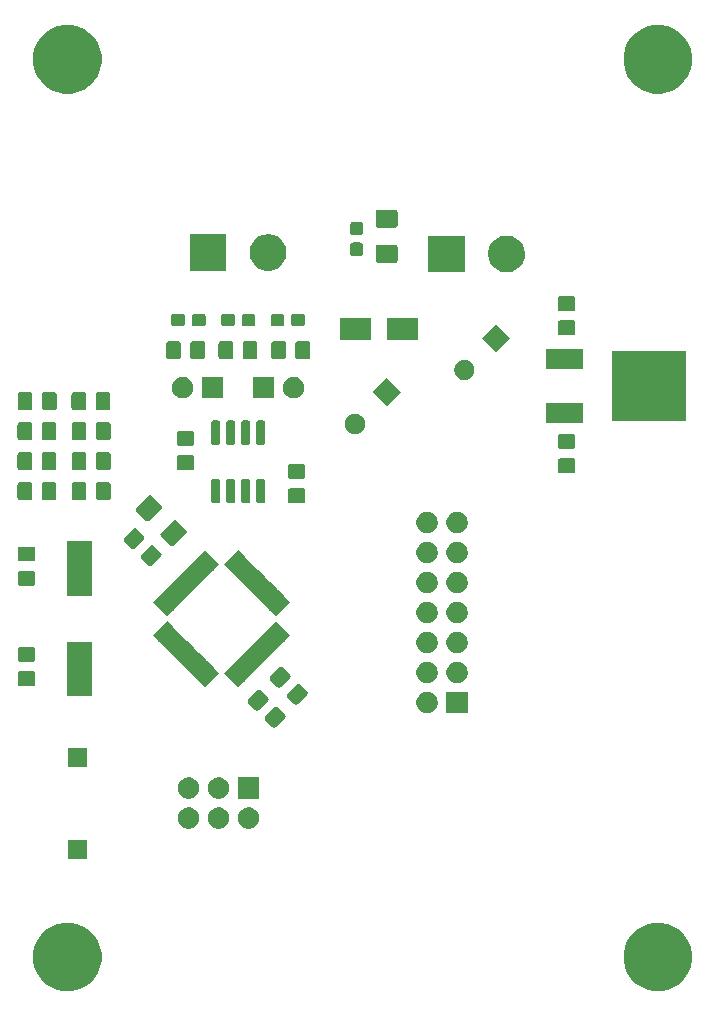
<source format=gbr>
G04 #@! TF.GenerationSoftware,KiCad,Pcbnew,5.1.5-52549c5~86~ubuntu18.04.1*
G04 #@! TF.CreationDate,2020-05-19T19:30:44+02:00*
G04 #@! TF.ProjectId,antenna_switch_comms,616e7465-6e6e-4615-9f73-77697463685f,rev?*
G04 #@! TF.SameCoordinates,Original*
G04 #@! TF.FileFunction,Soldermask,Top*
G04 #@! TF.FilePolarity,Negative*
%FSLAX46Y46*%
G04 Gerber Fmt 4.6, Leading zero omitted, Abs format (unit mm)*
G04 Created by KiCad (PCBNEW 5.1.5-52549c5~86~ubuntu18.04.1) date 2020-05-19 19:30:44*
%MOMM*%
%LPD*%
G04 APERTURE LIST*
%ADD10C,0.100000*%
G04 APERTURE END LIST*
D10*
G36*
X160846189Y-183210483D02*
G01*
X160846192Y-183210484D01*
X160846191Y-183210484D01*
X161374139Y-183429167D01*
X161849280Y-183746646D01*
X162253354Y-184150720D01*
X162570833Y-184625861D01*
X162570834Y-184625863D01*
X162789517Y-185153811D01*
X162901000Y-185714275D01*
X162901000Y-186285725D01*
X162789517Y-186846189D01*
X162789516Y-186846191D01*
X162570833Y-187374139D01*
X162253354Y-187849280D01*
X161849280Y-188253354D01*
X161374139Y-188570833D01*
X161374138Y-188570834D01*
X161374137Y-188570834D01*
X160846189Y-188789517D01*
X160285725Y-188901000D01*
X159714275Y-188901000D01*
X159153811Y-188789517D01*
X158625863Y-188570834D01*
X158625862Y-188570834D01*
X158625861Y-188570833D01*
X158150720Y-188253354D01*
X157746646Y-187849280D01*
X157429167Y-187374139D01*
X157210484Y-186846191D01*
X157210483Y-186846189D01*
X157099000Y-186285725D01*
X157099000Y-185714275D01*
X157210483Y-185153811D01*
X157429166Y-184625863D01*
X157429167Y-184625861D01*
X157746646Y-184150720D01*
X158150720Y-183746646D01*
X158625861Y-183429167D01*
X159153809Y-183210484D01*
X159153808Y-183210484D01*
X159153811Y-183210483D01*
X159714275Y-183099000D01*
X160285725Y-183099000D01*
X160846189Y-183210483D01*
G37*
G36*
X110846189Y-183210483D02*
G01*
X110846192Y-183210484D01*
X110846191Y-183210484D01*
X111374139Y-183429167D01*
X111849280Y-183746646D01*
X112253354Y-184150720D01*
X112570833Y-184625861D01*
X112570834Y-184625863D01*
X112789517Y-185153811D01*
X112901000Y-185714275D01*
X112901000Y-186285725D01*
X112789517Y-186846189D01*
X112789516Y-186846191D01*
X112570833Y-187374139D01*
X112253354Y-187849280D01*
X111849280Y-188253354D01*
X111374139Y-188570833D01*
X111374138Y-188570834D01*
X111374137Y-188570834D01*
X110846189Y-188789517D01*
X110285725Y-188901000D01*
X109714275Y-188901000D01*
X109153811Y-188789517D01*
X108625863Y-188570834D01*
X108625862Y-188570834D01*
X108625861Y-188570833D01*
X108150720Y-188253354D01*
X107746646Y-187849280D01*
X107429167Y-187374139D01*
X107210484Y-186846191D01*
X107210483Y-186846189D01*
X107099000Y-186285725D01*
X107099000Y-185714275D01*
X107210483Y-185153811D01*
X107429166Y-184625863D01*
X107429167Y-184625861D01*
X107746646Y-184150720D01*
X108150720Y-183746646D01*
X108625861Y-183429167D01*
X109153809Y-183210484D01*
X109153808Y-183210484D01*
X109153811Y-183210483D01*
X109714275Y-183099000D01*
X110285725Y-183099000D01*
X110846189Y-183210483D01*
G37*
G36*
X111672000Y-177675000D02*
G01*
X110070000Y-177675000D01*
X110070000Y-176073000D01*
X111672000Y-176073000D01*
X111672000Y-177675000D01*
G37*
G36*
X120535778Y-173364547D02*
G01*
X120702224Y-173433491D01*
X120852022Y-173533583D01*
X120979417Y-173660978D01*
X121079509Y-173810776D01*
X121148453Y-173977222D01*
X121183600Y-174153918D01*
X121183600Y-174334082D01*
X121148453Y-174510778D01*
X121079509Y-174677224D01*
X120979417Y-174827022D01*
X120852022Y-174954417D01*
X120702224Y-175054509D01*
X120535778Y-175123453D01*
X120359082Y-175158600D01*
X120178918Y-175158600D01*
X120002222Y-175123453D01*
X119835776Y-175054509D01*
X119685978Y-174954417D01*
X119558583Y-174827022D01*
X119458491Y-174677224D01*
X119389547Y-174510778D01*
X119354400Y-174334082D01*
X119354400Y-174153918D01*
X119389547Y-173977222D01*
X119458491Y-173810776D01*
X119558583Y-173660978D01*
X119685978Y-173533583D01*
X119835776Y-173433491D01*
X120002222Y-173364547D01*
X120178918Y-173329400D01*
X120359082Y-173329400D01*
X120535778Y-173364547D01*
G37*
G36*
X123075778Y-173364547D02*
G01*
X123242224Y-173433491D01*
X123392022Y-173533583D01*
X123519417Y-173660978D01*
X123619509Y-173810776D01*
X123688453Y-173977222D01*
X123723600Y-174153918D01*
X123723600Y-174334082D01*
X123688453Y-174510778D01*
X123619509Y-174677224D01*
X123519417Y-174827022D01*
X123392022Y-174954417D01*
X123242224Y-175054509D01*
X123075778Y-175123453D01*
X122899082Y-175158600D01*
X122718918Y-175158600D01*
X122542222Y-175123453D01*
X122375776Y-175054509D01*
X122225978Y-174954417D01*
X122098583Y-174827022D01*
X121998491Y-174677224D01*
X121929547Y-174510778D01*
X121894400Y-174334082D01*
X121894400Y-174153918D01*
X121929547Y-173977222D01*
X121998491Y-173810776D01*
X122098583Y-173660978D01*
X122225978Y-173533583D01*
X122375776Y-173433491D01*
X122542222Y-173364547D01*
X122718918Y-173329400D01*
X122899082Y-173329400D01*
X123075778Y-173364547D01*
G37*
G36*
X125615778Y-173364547D02*
G01*
X125782224Y-173433491D01*
X125932022Y-173533583D01*
X126059417Y-173660978D01*
X126159509Y-173810776D01*
X126228453Y-173977222D01*
X126263600Y-174153918D01*
X126263600Y-174334082D01*
X126228453Y-174510778D01*
X126159509Y-174677224D01*
X126059417Y-174827022D01*
X125932022Y-174954417D01*
X125782224Y-175054509D01*
X125615778Y-175123453D01*
X125439082Y-175158600D01*
X125258918Y-175158600D01*
X125082222Y-175123453D01*
X124915776Y-175054509D01*
X124765978Y-174954417D01*
X124638583Y-174827022D01*
X124538491Y-174677224D01*
X124469547Y-174510778D01*
X124434400Y-174334082D01*
X124434400Y-174153918D01*
X124469547Y-173977222D01*
X124538491Y-173810776D01*
X124638583Y-173660978D01*
X124765978Y-173533583D01*
X124915776Y-173433491D01*
X125082222Y-173364547D01*
X125258918Y-173329400D01*
X125439082Y-173329400D01*
X125615778Y-173364547D01*
G37*
G36*
X126263600Y-172618600D02*
G01*
X124434400Y-172618600D01*
X124434400Y-170789400D01*
X126263600Y-170789400D01*
X126263600Y-172618600D01*
G37*
G36*
X123075778Y-170824547D02*
G01*
X123242224Y-170893491D01*
X123392022Y-170993583D01*
X123519417Y-171120978D01*
X123619509Y-171270776D01*
X123688453Y-171437222D01*
X123723600Y-171613918D01*
X123723600Y-171794082D01*
X123688453Y-171970778D01*
X123619509Y-172137224D01*
X123519417Y-172287022D01*
X123392022Y-172414417D01*
X123242224Y-172514509D01*
X123075778Y-172583453D01*
X122899082Y-172618600D01*
X122718918Y-172618600D01*
X122542222Y-172583453D01*
X122375776Y-172514509D01*
X122225978Y-172414417D01*
X122098583Y-172287022D01*
X121998491Y-172137224D01*
X121929547Y-171970778D01*
X121894400Y-171794082D01*
X121894400Y-171613918D01*
X121929547Y-171437222D01*
X121998491Y-171270776D01*
X122098583Y-171120978D01*
X122225978Y-170993583D01*
X122375776Y-170893491D01*
X122542222Y-170824547D01*
X122718918Y-170789400D01*
X122899082Y-170789400D01*
X123075778Y-170824547D01*
G37*
G36*
X120535778Y-170824547D02*
G01*
X120702224Y-170893491D01*
X120852022Y-170993583D01*
X120979417Y-171120978D01*
X121079509Y-171270776D01*
X121148453Y-171437222D01*
X121183600Y-171613918D01*
X121183600Y-171794082D01*
X121148453Y-171970778D01*
X121079509Y-172137224D01*
X120979417Y-172287022D01*
X120852022Y-172414417D01*
X120702224Y-172514509D01*
X120535778Y-172583453D01*
X120359082Y-172618600D01*
X120178918Y-172618600D01*
X120002222Y-172583453D01*
X119835776Y-172514509D01*
X119685978Y-172414417D01*
X119558583Y-172287022D01*
X119458491Y-172137224D01*
X119389547Y-171970778D01*
X119354400Y-171794082D01*
X119354400Y-171613918D01*
X119389547Y-171437222D01*
X119458491Y-171270776D01*
X119558583Y-171120978D01*
X119685978Y-170993583D01*
X119835776Y-170893491D01*
X120002222Y-170824547D01*
X120178918Y-170789400D01*
X120359082Y-170789400D01*
X120535778Y-170824547D01*
G37*
G36*
X111672000Y-169875000D02*
G01*
X110070000Y-169875000D01*
X110070000Y-168273000D01*
X111672000Y-168273000D01*
X111672000Y-169875000D01*
G37*
G36*
X127725367Y-164812036D02*
G01*
X127763060Y-164823470D01*
X127797796Y-164842037D01*
X127833009Y-164870935D01*
X128424633Y-165462559D01*
X128453531Y-165497772D01*
X128472098Y-165532508D01*
X128483532Y-165570201D01*
X128487392Y-165609396D01*
X128483532Y-165648591D01*
X128472098Y-165686284D01*
X128453531Y-165721020D01*
X128424633Y-165756233D01*
X127656233Y-166524633D01*
X127621020Y-166553531D01*
X127586284Y-166572098D01*
X127548591Y-166583532D01*
X127509396Y-166587392D01*
X127470201Y-166583532D01*
X127432508Y-166572098D01*
X127397772Y-166553531D01*
X127362559Y-166524633D01*
X126770935Y-165933009D01*
X126742037Y-165897796D01*
X126723470Y-165863060D01*
X126712036Y-165825367D01*
X126708176Y-165786172D01*
X126712036Y-165746977D01*
X126723470Y-165709284D01*
X126742037Y-165674548D01*
X126770935Y-165639335D01*
X127539335Y-164870935D01*
X127574548Y-164842037D01*
X127609284Y-164823470D01*
X127646977Y-164812036D01*
X127686172Y-164808176D01*
X127725367Y-164812036D01*
G37*
G36*
X143916600Y-165379600D02*
G01*
X142087400Y-165379600D01*
X142087400Y-163550400D01*
X143916600Y-163550400D01*
X143916600Y-165379600D01*
G37*
G36*
X140728778Y-163585547D02*
G01*
X140895224Y-163654491D01*
X141045022Y-163754583D01*
X141172417Y-163881978D01*
X141272509Y-164031776D01*
X141341453Y-164198222D01*
X141376600Y-164374918D01*
X141376600Y-164555082D01*
X141341453Y-164731778D01*
X141272509Y-164898224D01*
X141172417Y-165048022D01*
X141045022Y-165175417D01*
X140895224Y-165275509D01*
X140728778Y-165344453D01*
X140552082Y-165379600D01*
X140371918Y-165379600D01*
X140195222Y-165344453D01*
X140028776Y-165275509D01*
X139878978Y-165175417D01*
X139751583Y-165048022D01*
X139651491Y-164898224D01*
X139582547Y-164731778D01*
X139547400Y-164555082D01*
X139547400Y-164374918D01*
X139582547Y-164198222D01*
X139651491Y-164031776D01*
X139751583Y-163881978D01*
X139878978Y-163754583D01*
X140028776Y-163654491D01*
X140195222Y-163585547D01*
X140371918Y-163550400D01*
X140552082Y-163550400D01*
X140728778Y-163585547D01*
G37*
G36*
X126275799Y-163362468D02*
G01*
X126313492Y-163373902D01*
X126348228Y-163392469D01*
X126383441Y-163421367D01*
X126975065Y-164012991D01*
X127003963Y-164048204D01*
X127022530Y-164082940D01*
X127033964Y-164120633D01*
X127037824Y-164159828D01*
X127033964Y-164199023D01*
X127022530Y-164236716D01*
X127003963Y-164271452D01*
X126975065Y-164306665D01*
X126206665Y-165075065D01*
X126171452Y-165103963D01*
X126136716Y-165122530D01*
X126099023Y-165133964D01*
X126059828Y-165137824D01*
X126020633Y-165133964D01*
X125982940Y-165122530D01*
X125948204Y-165103963D01*
X125912991Y-165075065D01*
X125321367Y-164483441D01*
X125292469Y-164448228D01*
X125273902Y-164413492D01*
X125262468Y-164375799D01*
X125258608Y-164336604D01*
X125262468Y-164297409D01*
X125273902Y-164259716D01*
X125292469Y-164224980D01*
X125321367Y-164189767D01*
X126089767Y-163421367D01*
X126124980Y-163392469D01*
X126159716Y-163373902D01*
X126197409Y-163362468D01*
X126236604Y-163358608D01*
X126275799Y-163362468D01*
G37*
G36*
X129593151Y-162869820D02*
G01*
X129630844Y-162881254D01*
X129665580Y-162899821D01*
X129700793Y-162928719D01*
X130292417Y-163520343D01*
X130321315Y-163555556D01*
X130339882Y-163590292D01*
X130351316Y-163627985D01*
X130355176Y-163667180D01*
X130351316Y-163706375D01*
X130339882Y-163744068D01*
X130321315Y-163778804D01*
X130292417Y-163814017D01*
X129524017Y-164582417D01*
X129488804Y-164611315D01*
X129454068Y-164629882D01*
X129416375Y-164641316D01*
X129377180Y-164645176D01*
X129337985Y-164641316D01*
X129300292Y-164629882D01*
X129265556Y-164611315D01*
X129230343Y-164582417D01*
X128638719Y-163990793D01*
X128609821Y-163955580D01*
X128591254Y-163920844D01*
X128579820Y-163883151D01*
X128575960Y-163843956D01*
X128579820Y-163804761D01*
X128591254Y-163767068D01*
X128609821Y-163732332D01*
X128638719Y-163697119D01*
X129407119Y-162928719D01*
X129442332Y-162899821D01*
X129477068Y-162881254D01*
X129514761Y-162869820D01*
X129553956Y-162865960D01*
X129593151Y-162869820D01*
G37*
G36*
X112049000Y-163904000D02*
G01*
X109947000Y-163904000D01*
X109947000Y-159302000D01*
X112049000Y-159302000D01*
X112049000Y-163904000D01*
G37*
G36*
X128143583Y-161420252D02*
G01*
X128181276Y-161431686D01*
X128216012Y-161450253D01*
X128251225Y-161479151D01*
X128842849Y-162070775D01*
X128871747Y-162105988D01*
X128890314Y-162140724D01*
X128901748Y-162178417D01*
X128905608Y-162217612D01*
X128901748Y-162256807D01*
X128890314Y-162294500D01*
X128871747Y-162329236D01*
X128842849Y-162364449D01*
X128074449Y-163132849D01*
X128039236Y-163161747D01*
X128004500Y-163180314D01*
X127966807Y-163191748D01*
X127927612Y-163195608D01*
X127888417Y-163191748D01*
X127850724Y-163180314D01*
X127815988Y-163161747D01*
X127780775Y-163132849D01*
X127189151Y-162541225D01*
X127160253Y-162506012D01*
X127141686Y-162471276D01*
X127130252Y-162433583D01*
X127126392Y-162394388D01*
X127130252Y-162355193D01*
X127141686Y-162317500D01*
X127160253Y-162282764D01*
X127189151Y-162247551D01*
X127957551Y-161479151D01*
X127992764Y-161450253D01*
X128027500Y-161431686D01*
X128065193Y-161420252D01*
X128104388Y-161416392D01*
X128143583Y-161420252D01*
G37*
G36*
X128880368Y-158749536D02*
G01*
X128419334Y-159210570D01*
X128314682Y-159315221D01*
X127853648Y-159776255D01*
X127748997Y-159880907D01*
X125590907Y-162038997D01*
X125486255Y-162143648D01*
X125025221Y-162604682D01*
X124920570Y-162709334D01*
X124459536Y-163170368D01*
X123256040Y-161966872D01*
X123717074Y-161505838D01*
X123717075Y-161505839D01*
X123733339Y-161489575D01*
X123733348Y-161489564D01*
X123821726Y-161401187D01*
X123821725Y-161401186D01*
X124282759Y-160940152D01*
X124282760Y-160940153D01*
X124371137Y-160851775D01*
X124371148Y-160851766D01*
X124387412Y-160835502D01*
X124387411Y-160835501D01*
X124848445Y-160374467D01*
X124848446Y-160374468D01*
X124936833Y-160286080D01*
X124953097Y-160269817D01*
X124953096Y-160269816D01*
X125414130Y-159808782D01*
X125414131Y-159808783D01*
X125518783Y-159704131D01*
X125518782Y-159704130D01*
X125979816Y-159243096D01*
X125979817Y-159243097D01*
X126068204Y-159154709D01*
X126084468Y-159138446D01*
X126084467Y-159138445D01*
X126545501Y-158677411D01*
X126545502Y-158677412D01*
X126561766Y-158661148D01*
X126561775Y-158661137D01*
X126650153Y-158572760D01*
X126650152Y-158572759D01*
X127111186Y-158111725D01*
X127111187Y-158111726D01*
X127199564Y-158023348D01*
X127199575Y-158023339D01*
X127215839Y-158007075D01*
X127215838Y-158007074D01*
X127676872Y-157546040D01*
X128880368Y-158749536D01*
G37*
G36*
X118910162Y-158007074D02*
G01*
X118910162Y-158007075D01*
X118926426Y-158023339D01*
X118926432Y-158023344D01*
X119014814Y-158111726D01*
X119014814Y-158111725D01*
X119475848Y-158572759D01*
X119475848Y-158572760D01*
X119564230Y-158661142D01*
X119564235Y-158661148D01*
X119580499Y-158677412D01*
X119580499Y-158677411D01*
X120041533Y-159138445D01*
X120041533Y-159138446D01*
X120146184Y-159243097D01*
X120146184Y-159243096D01*
X120607218Y-159704130D01*
X120607218Y-159704131D01*
X120711870Y-159808783D01*
X120711870Y-159808782D01*
X121172904Y-160269816D01*
X121172904Y-160269817D01*
X121277555Y-160374468D01*
X121277555Y-160374467D01*
X121738589Y-160835501D01*
X121738589Y-160835502D01*
X121754853Y-160851766D01*
X121754859Y-160851771D01*
X121843241Y-160940153D01*
X121843241Y-160940152D01*
X122304275Y-161401186D01*
X122304275Y-161401187D01*
X122392657Y-161489569D01*
X122392662Y-161489575D01*
X122408926Y-161505839D01*
X122408926Y-161505838D01*
X122869960Y-161966872D01*
X121666464Y-163170368D01*
X121205430Y-162709334D01*
X121205431Y-162709334D01*
X121117049Y-162620952D01*
X121117044Y-162620946D01*
X121100780Y-162604682D01*
X121100779Y-162604682D01*
X120639745Y-162143648D01*
X120639746Y-162143648D01*
X120623482Y-162127384D01*
X120623476Y-162127379D01*
X120535094Y-162038997D01*
X120535093Y-162038997D01*
X120074059Y-161577963D01*
X120074060Y-161577963D01*
X119969409Y-161473312D01*
X119969408Y-161473312D01*
X119508374Y-161012278D01*
X119508375Y-161012278D01*
X119403723Y-160907626D01*
X119403722Y-160907626D01*
X118942688Y-160446592D01*
X118942689Y-160446592D01*
X118838038Y-160341941D01*
X118838037Y-160341941D01*
X118377003Y-159880907D01*
X118377004Y-159880907D01*
X118288622Y-159792525D01*
X118288617Y-159792519D01*
X118272353Y-159776255D01*
X118272352Y-159776255D01*
X117811318Y-159315221D01*
X117811319Y-159315221D01*
X117795055Y-159298957D01*
X117795049Y-159298952D01*
X117706667Y-159210570D01*
X117706666Y-159210570D01*
X117245632Y-158749536D01*
X118449128Y-157546040D01*
X118910162Y-158007074D01*
G37*
G36*
X107141674Y-161811465D02*
G01*
X107179367Y-161822899D01*
X107214103Y-161841466D01*
X107244548Y-161866452D01*
X107269534Y-161896897D01*
X107288101Y-161931633D01*
X107299535Y-161969326D01*
X107304000Y-162014661D01*
X107304000Y-162851339D01*
X107299535Y-162896674D01*
X107288101Y-162934367D01*
X107269534Y-162969103D01*
X107244548Y-162999548D01*
X107214103Y-163024534D01*
X107179367Y-163043101D01*
X107141674Y-163054535D01*
X107096339Y-163059000D01*
X106009661Y-163059000D01*
X105964326Y-163054535D01*
X105926633Y-163043101D01*
X105891897Y-163024534D01*
X105861452Y-162999548D01*
X105836466Y-162969103D01*
X105817899Y-162934367D01*
X105806465Y-162896674D01*
X105802000Y-162851339D01*
X105802000Y-162014661D01*
X105806465Y-161969326D01*
X105817899Y-161931633D01*
X105836466Y-161896897D01*
X105861452Y-161866452D01*
X105891897Y-161841466D01*
X105926633Y-161822899D01*
X105964326Y-161811465D01*
X106009661Y-161807000D01*
X107096339Y-161807000D01*
X107141674Y-161811465D01*
G37*
G36*
X140728778Y-161045547D02*
G01*
X140895224Y-161114491D01*
X141045022Y-161214583D01*
X141172417Y-161341978D01*
X141272509Y-161491776D01*
X141341453Y-161658222D01*
X141376600Y-161834918D01*
X141376600Y-162015082D01*
X141341453Y-162191778D01*
X141272509Y-162358224D01*
X141172417Y-162508022D01*
X141045022Y-162635417D01*
X140895224Y-162735509D01*
X140728778Y-162804453D01*
X140552082Y-162839600D01*
X140371918Y-162839600D01*
X140195222Y-162804453D01*
X140028776Y-162735509D01*
X139878978Y-162635417D01*
X139751583Y-162508022D01*
X139651491Y-162358224D01*
X139582547Y-162191778D01*
X139547400Y-162015082D01*
X139547400Y-161834918D01*
X139582547Y-161658222D01*
X139651491Y-161491776D01*
X139751583Y-161341978D01*
X139878978Y-161214583D01*
X140028776Y-161114491D01*
X140195222Y-161045547D01*
X140371918Y-161010400D01*
X140552082Y-161010400D01*
X140728778Y-161045547D01*
G37*
G36*
X143268778Y-161045547D02*
G01*
X143435224Y-161114491D01*
X143585022Y-161214583D01*
X143712417Y-161341978D01*
X143812509Y-161491776D01*
X143881453Y-161658222D01*
X143916600Y-161834918D01*
X143916600Y-162015082D01*
X143881453Y-162191778D01*
X143812509Y-162358224D01*
X143712417Y-162508022D01*
X143585022Y-162635417D01*
X143435224Y-162735509D01*
X143268778Y-162804453D01*
X143092082Y-162839600D01*
X142911918Y-162839600D01*
X142735222Y-162804453D01*
X142568776Y-162735509D01*
X142418978Y-162635417D01*
X142291583Y-162508022D01*
X142191491Y-162358224D01*
X142122547Y-162191778D01*
X142087400Y-162015082D01*
X142087400Y-161834918D01*
X142122547Y-161658222D01*
X142191491Y-161491776D01*
X142291583Y-161341978D01*
X142418978Y-161214583D01*
X142568776Y-161114491D01*
X142735222Y-161045547D01*
X142911918Y-161010400D01*
X143092082Y-161010400D01*
X143268778Y-161045547D01*
G37*
G36*
X107141674Y-159761465D02*
G01*
X107179367Y-159772899D01*
X107214103Y-159791466D01*
X107244548Y-159816452D01*
X107269534Y-159846897D01*
X107288101Y-159881633D01*
X107299535Y-159919326D01*
X107304000Y-159964661D01*
X107304000Y-160801339D01*
X107299535Y-160846674D01*
X107288101Y-160884367D01*
X107269534Y-160919103D01*
X107244548Y-160949548D01*
X107214103Y-160974534D01*
X107179367Y-160993101D01*
X107141674Y-161004535D01*
X107096339Y-161009000D01*
X106009661Y-161009000D01*
X105964326Y-161004535D01*
X105926633Y-160993101D01*
X105891897Y-160974534D01*
X105861452Y-160949548D01*
X105836466Y-160919103D01*
X105817899Y-160884367D01*
X105806465Y-160846674D01*
X105802000Y-160801339D01*
X105802000Y-159964661D01*
X105806465Y-159919326D01*
X105817899Y-159881633D01*
X105836466Y-159846897D01*
X105861452Y-159816452D01*
X105891897Y-159791466D01*
X105926633Y-159772899D01*
X105964326Y-159761465D01*
X106009661Y-159757000D01*
X107096339Y-159757000D01*
X107141674Y-159761465D01*
G37*
G36*
X143268778Y-158505547D02*
G01*
X143435224Y-158574491D01*
X143585022Y-158674583D01*
X143712417Y-158801978D01*
X143812509Y-158951776D01*
X143881453Y-159118222D01*
X143916600Y-159294918D01*
X143916600Y-159475082D01*
X143881453Y-159651778D01*
X143812509Y-159818224D01*
X143712417Y-159968022D01*
X143585022Y-160095417D01*
X143435224Y-160195509D01*
X143268778Y-160264453D01*
X143092082Y-160299600D01*
X142911918Y-160299600D01*
X142735222Y-160264453D01*
X142568776Y-160195509D01*
X142418978Y-160095417D01*
X142291583Y-159968022D01*
X142191491Y-159818224D01*
X142122547Y-159651778D01*
X142087400Y-159475082D01*
X142087400Y-159294918D01*
X142122547Y-159118222D01*
X142191491Y-158951776D01*
X142291583Y-158801978D01*
X142418978Y-158674583D01*
X142568776Y-158574491D01*
X142735222Y-158505547D01*
X142911918Y-158470400D01*
X143092082Y-158470400D01*
X143268778Y-158505547D01*
G37*
G36*
X140728778Y-158505547D02*
G01*
X140895224Y-158574491D01*
X141045022Y-158674583D01*
X141172417Y-158801978D01*
X141272509Y-158951776D01*
X141341453Y-159118222D01*
X141376600Y-159294918D01*
X141376600Y-159475082D01*
X141341453Y-159651778D01*
X141272509Y-159818224D01*
X141172417Y-159968022D01*
X141045022Y-160095417D01*
X140895224Y-160195509D01*
X140728778Y-160264453D01*
X140552082Y-160299600D01*
X140371918Y-160299600D01*
X140195222Y-160264453D01*
X140028776Y-160195509D01*
X139878978Y-160095417D01*
X139751583Y-159968022D01*
X139651491Y-159818224D01*
X139582547Y-159651778D01*
X139547400Y-159475082D01*
X139547400Y-159294918D01*
X139582547Y-159118222D01*
X139651491Y-158951776D01*
X139751583Y-158801978D01*
X139878978Y-158674583D01*
X140028776Y-158574491D01*
X140195222Y-158505547D01*
X140371918Y-158470400D01*
X140552082Y-158470400D01*
X140728778Y-158505547D01*
G37*
G36*
X143268778Y-155965547D02*
G01*
X143435224Y-156034491D01*
X143585022Y-156134583D01*
X143712417Y-156261978D01*
X143812509Y-156411776D01*
X143881453Y-156578222D01*
X143916600Y-156754918D01*
X143916600Y-156935082D01*
X143881453Y-157111778D01*
X143812509Y-157278224D01*
X143712417Y-157428022D01*
X143585022Y-157555417D01*
X143435224Y-157655509D01*
X143268778Y-157724453D01*
X143092082Y-157759600D01*
X142911918Y-157759600D01*
X142735222Y-157724453D01*
X142568776Y-157655509D01*
X142418978Y-157555417D01*
X142291583Y-157428022D01*
X142191491Y-157278224D01*
X142122547Y-157111778D01*
X142087400Y-156935082D01*
X142087400Y-156754918D01*
X142122547Y-156578222D01*
X142191491Y-156411776D01*
X142291583Y-156261978D01*
X142418978Y-156134583D01*
X142568776Y-156034491D01*
X142735222Y-155965547D01*
X142911918Y-155930400D01*
X143092082Y-155930400D01*
X143268778Y-155965547D01*
G37*
G36*
X140728778Y-155965547D02*
G01*
X140895224Y-156034491D01*
X141045022Y-156134583D01*
X141172417Y-156261978D01*
X141272509Y-156411776D01*
X141341453Y-156578222D01*
X141376600Y-156754918D01*
X141376600Y-156935082D01*
X141341453Y-157111778D01*
X141272509Y-157278224D01*
X141172417Y-157428022D01*
X141045022Y-157555417D01*
X140895224Y-157655509D01*
X140728778Y-157724453D01*
X140552082Y-157759600D01*
X140371918Y-157759600D01*
X140195222Y-157724453D01*
X140028776Y-157655509D01*
X139878978Y-157555417D01*
X139751583Y-157428022D01*
X139651491Y-157278224D01*
X139582547Y-157111778D01*
X139547400Y-156935082D01*
X139547400Y-156754918D01*
X139582547Y-156578222D01*
X139651491Y-156411776D01*
X139751583Y-156261978D01*
X139878978Y-156134583D01*
X140028776Y-156034491D01*
X140195222Y-155965547D01*
X140371918Y-155930400D01*
X140552082Y-155930400D01*
X140728778Y-155965547D01*
G37*
G36*
X122869960Y-152739128D02*
G01*
X122392662Y-153216426D01*
X122304275Y-153304814D01*
X121843241Y-153765848D01*
X121754853Y-153854235D01*
X121277555Y-154331533D01*
X121189167Y-154419920D01*
X121172904Y-154436184D01*
X120146184Y-155462904D01*
X120057796Y-155551291D01*
X120041533Y-155567555D01*
X119564235Y-156044853D01*
X119475848Y-156133241D01*
X119014814Y-156594275D01*
X118926426Y-156682662D01*
X118449128Y-157159960D01*
X117245632Y-155956464D01*
X117706666Y-155495430D01*
X117706667Y-155495431D01*
X117795044Y-155407053D01*
X117795055Y-155407044D01*
X117811319Y-155390780D01*
X117811318Y-155390779D01*
X118272352Y-154929745D01*
X118272353Y-154929746D01*
X118288617Y-154913482D01*
X118288626Y-154913471D01*
X118377004Y-154825094D01*
X118377003Y-154825093D01*
X118838037Y-154364059D01*
X118838038Y-154364060D01*
X118942689Y-154259409D01*
X118942688Y-154259408D01*
X119403722Y-153798374D01*
X119403723Y-153798375D01*
X119508375Y-153693723D01*
X119508374Y-153693722D01*
X119969408Y-153232688D01*
X119969409Y-153232689D01*
X120074060Y-153128038D01*
X120074059Y-153128037D01*
X120535093Y-152667003D01*
X120535094Y-152667004D01*
X120623471Y-152578626D01*
X120623482Y-152578617D01*
X120639746Y-152562353D01*
X120639745Y-152562352D01*
X121100779Y-152101318D01*
X121100780Y-152101319D01*
X121117044Y-152085055D01*
X121117053Y-152085044D01*
X121205431Y-151996667D01*
X121205430Y-151996666D01*
X121666464Y-151535632D01*
X122869960Y-152739128D01*
G37*
G36*
X124920570Y-151996666D02*
G01*
X124920570Y-151996667D01*
X125008952Y-152085049D01*
X125008957Y-152085055D01*
X125025221Y-152101319D01*
X125025221Y-152101318D01*
X125486255Y-152562352D01*
X125486255Y-152562353D01*
X125502519Y-152578617D01*
X125502525Y-152578622D01*
X125590907Y-152667004D01*
X125590907Y-152667003D01*
X126051941Y-153128037D01*
X126051941Y-153128038D01*
X126156592Y-153232689D01*
X126156592Y-153232688D01*
X126617626Y-153693722D01*
X126617626Y-153693723D01*
X126722278Y-153798375D01*
X126722278Y-153798374D01*
X127183312Y-154259408D01*
X127183312Y-154259409D01*
X127287963Y-154364060D01*
X127287963Y-154364059D01*
X127748997Y-154825093D01*
X127748997Y-154825094D01*
X127837379Y-154913476D01*
X127837384Y-154913482D01*
X127853648Y-154929746D01*
X127853648Y-154929745D01*
X128314682Y-155390779D01*
X128314682Y-155390780D01*
X128330946Y-155407044D01*
X128330952Y-155407049D01*
X128419334Y-155495431D01*
X128419334Y-155495430D01*
X128880368Y-155956464D01*
X127676872Y-157159960D01*
X127215838Y-156698926D01*
X127215839Y-156698926D01*
X127199575Y-156682662D01*
X127199569Y-156682657D01*
X127111187Y-156594275D01*
X127111186Y-156594275D01*
X126650152Y-156133241D01*
X126650153Y-156133241D01*
X126561771Y-156044859D01*
X126561766Y-156044853D01*
X126545502Y-156028589D01*
X126545501Y-156028589D01*
X126084467Y-155567555D01*
X126084468Y-155567555D01*
X125979817Y-155462904D01*
X125979816Y-155462904D01*
X125518782Y-155001870D01*
X125518783Y-155001870D01*
X125414131Y-154897218D01*
X125414130Y-154897218D01*
X124953096Y-154436184D01*
X124953097Y-154436184D01*
X124848446Y-154331533D01*
X124848445Y-154331533D01*
X124387411Y-153870499D01*
X124387412Y-153870499D01*
X124371148Y-153854235D01*
X124371142Y-153854230D01*
X124282760Y-153765848D01*
X124282759Y-153765848D01*
X123821725Y-153304814D01*
X123821726Y-153304814D01*
X123733344Y-153216432D01*
X123733339Y-153216426D01*
X123717075Y-153200162D01*
X123717074Y-153200162D01*
X123256040Y-152739128D01*
X124459536Y-151535632D01*
X124920570Y-151996666D01*
G37*
G36*
X112049000Y-155404000D02*
G01*
X109947000Y-155404000D01*
X109947000Y-150802000D01*
X112049000Y-150802000D01*
X112049000Y-155404000D01*
G37*
G36*
X140728778Y-153425547D02*
G01*
X140895224Y-153494491D01*
X141045022Y-153594583D01*
X141172417Y-153721978D01*
X141272509Y-153871776D01*
X141341453Y-154038222D01*
X141376600Y-154214918D01*
X141376600Y-154395082D01*
X141341453Y-154571778D01*
X141272509Y-154738224D01*
X141172417Y-154888022D01*
X141045022Y-155015417D01*
X140895224Y-155115509D01*
X140728778Y-155184453D01*
X140552082Y-155219600D01*
X140371918Y-155219600D01*
X140195222Y-155184453D01*
X140028776Y-155115509D01*
X139878978Y-155015417D01*
X139751583Y-154888022D01*
X139651491Y-154738224D01*
X139582547Y-154571778D01*
X139547400Y-154395082D01*
X139547400Y-154214918D01*
X139582547Y-154038222D01*
X139651491Y-153871776D01*
X139751583Y-153721978D01*
X139878978Y-153594583D01*
X140028776Y-153494491D01*
X140195222Y-153425547D01*
X140371918Y-153390400D01*
X140552082Y-153390400D01*
X140728778Y-153425547D01*
G37*
G36*
X143268778Y-153425547D02*
G01*
X143435224Y-153494491D01*
X143585022Y-153594583D01*
X143712417Y-153721978D01*
X143812509Y-153871776D01*
X143881453Y-154038222D01*
X143916600Y-154214918D01*
X143916600Y-154395082D01*
X143881453Y-154571778D01*
X143812509Y-154738224D01*
X143712417Y-154888022D01*
X143585022Y-155015417D01*
X143435224Y-155115509D01*
X143268778Y-155184453D01*
X143092082Y-155219600D01*
X142911918Y-155219600D01*
X142735222Y-155184453D01*
X142568776Y-155115509D01*
X142418978Y-155015417D01*
X142291583Y-154888022D01*
X142191491Y-154738224D01*
X142122547Y-154571778D01*
X142087400Y-154395082D01*
X142087400Y-154214918D01*
X142122547Y-154038222D01*
X142191491Y-153871776D01*
X142291583Y-153721978D01*
X142418978Y-153594583D01*
X142568776Y-153494491D01*
X142735222Y-153425547D01*
X142911918Y-153390400D01*
X143092082Y-153390400D01*
X143268778Y-153425547D01*
G37*
G36*
X107141674Y-153311465D02*
G01*
X107179367Y-153322899D01*
X107214103Y-153341466D01*
X107244548Y-153366452D01*
X107269534Y-153396897D01*
X107288101Y-153431633D01*
X107299535Y-153469326D01*
X107304000Y-153514661D01*
X107304000Y-154351339D01*
X107299535Y-154396674D01*
X107288101Y-154434367D01*
X107269534Y-154469103D01*
X107244548Y-154499548D01*
X107214103Y-154524534D01*
X107179367Y-154543101D01*
X107141674Y-154554535D01*
X107096339Y-154559000D01*
X106009661Y-154559000D01*
X105964326Y-154554535D01*
X105926633Y-154543101D01*
X105891897Y-154524534D01*
X105861452Y-154499548D01*
X105836466Y-154469103D01*
X105817899Y-154434367D01*
X105806465Y-154396674D01*
X105802000Y-154351339D01*
X105802000Y-153514661D01*
X105806465Y-153469326D01*
X105817899Y-153431633D01*
X105836466Y-153396897D01*
X105861452Y-153366452D01*
X105891897Y-153341466D01*
X105926633Y-153322899D01*
X105964326Y-153311465D01*
X106009661Y-153307000D01*
X107096339Y-153307000D01*
X107141674Y-153311465D01*
G37*
G36*
X117221583Y-151133252D02*
G01*
X117259276Y-151144686D01*
X117294012Y-151163253D01*
X117329225Y-151192151D01*
X117920849Y-151783775D01*
X117949747Y-151818988D01*
X117968314Y-151853724D01*
X117979748Y-151891417D01*
X117983608Y-151930612D01*
X117979748Y-151969807D01*
X117968314Y-152007500D01*
X117949747Y-152042236D01*
X117920849Y-152077449D01*
X117152449Y-152845849D01*
X117117236Y-152874747D01*
X117082500Y-152893314D01*
X117044807Y-152904748D01*
X117005612Y-152908608D01*
X116966417Y-152904748D01*
X116928724Y-152893314D01*
X116893988Y-152874747D01*
X116858775Y-152845849D01*
X116267151Y-152254225D01*
X116238253Y-152219012D01*
X116219686Y-152184276D01*
X116208252Y-152146583D01*
X116204392Y-152107388D01*
X116208252Y-152068193D01*
X116219686Y-152030500D01*
X116238253Y-151995764D01*
X116267151Y-151960551D01*
X117035551Y-151192151D01*
X117070764Y-151163253D01*
X117105500Y-151144686D01*
X117143193Y-151133252D01*
X117182388Y-151129392D01*
X117221583Y-151133252D01*
G37*
G36*
X140728778Y-150885547D02*
G01*
X140895224Y-150954491D01*
X141045022Y-151054583D01*
X141172417Y-151181978D01*
X141272509Y-151331776D01*
X141341453Y-151498222D01*
X141376600Y-151674918D01*
X141376600Y-151855082D01*
X141341453Y-152031778D01*
X141272509Y-152198224D01*
X141172417Y-152348022D01*
X141045022Y-152475417D01*
X140895224Y-152575509D01*
X140728778Y-152644453D01*
X140552082Y-152679600D01*
X140371918Y-152679600D01*
X140195222Y-152644453D01*
X140028776Y-152575509D01*
X139878978Y-152475417D01*
X139751583Y-152348022D01*
X139651491Y-152198224D01*
X139582547Y-152031778D01*
X139547400Y-151855082D01*
X139547400Y-151674918D01*
X139582547Y-151498222D01*
X139651491Y-151331776D01*
X139751583Y-151181978D01*
X139878978Y-151054583D01*
X140028776Y-150954491D01*
X140195222Y-150885547D01*
X140371918Y-150850400D01*
X140552082Y-150850400D01*
X140728778Y-150885547D01*
G37*
G36*
X143268778Y-150885547D02*
G01*
X143435224Y-150954491D01*
X143585022Y-151054583D01*
X143712417Y-151181978D01*
X143812509Y-151331776D01*
X143881453Y-151498222D01*
X143916600Y-151674918D01*
X143916600Y-151855082D01*
X143881453Y-152031778D01*
X143812509Y-152198224D01*
X143712417Y-152348022D01*
X143585022Y-152475417D01*
X143435224Y-152575509D01*
X143268778Y-152644453D01*
X143092082Y-152679600D01*
X142911918Y-152679600D01*
X142735222Y-152644453D01*
X142568776Y-152575509D01*
X142418978Y-152475417D01*
X142291583Y-152348022D01*
X142191491Y-152198224D01*
X142122547Y-152031778D01*
X142087400Y-151855082D01*
X142087400Y-151674918D01*
X142122547Y-151498222D01*
X142191491Y-151331776D01*
X142291583Y-151181978D01*
X142418978Y-151054583D01*
X142568776Y-150954491D01*
X142735222Y-150885547D01*
X142911918Y-150850400D01*
X143092082Y-150850400D01*
X143268778Y-150885547D01*
G37*
G36*
X107141674Y-151261465D02*
G01*
X107179367Y-151272899D01*
X107214103Y-151291466D01*
X107244548Y-151316452D01*
X107269534Y-151346897D01*
X107288101Y-151381633D01*
X107299535Y-151419326D01*
X107304000Y-151464661D01*
X107304000Y-152301339D01*
X107299535Y-152346674D01*
X107288101Y-152384367D01*
X107269534Y-152419103D01*
X107244548Y-152449548D01*
X107214103Y-152474534D01*
X107179367Y-152493101D01*
X107141674Y-152504535D01*
X107096339Y-152509000D01*
X106009661Y-152509000D01*
X105964326Y-152504535D01*
X105926633Y-152493101D01*
X105891897Y-152474534D01*
X105861452Y-152449548D01*
X105836466Y-152419103D01*
X105817899Y-152384367D01*
X105806465Y-152346674D01*
X105802000Y-152301339D01*
X105802000Y-151464661D01*
X105806465Y-151419326D01*
X105817899Y-151381633D01*
X105836466Y-151346897D01*
X105861452Y-151316452D01*
X105891897Y-151291466D01*
X105926633Y-151272899D01*
X105964326Y-151261465D01*
X106009661Y-151257000D01*
X107096339Y-151257000D01*
X107141674Y-151261465D01*
G37*
G36*
X115772015Y-149683684D02*
G01*
X115809708Y-149695118D01*
X115844444Y-149713685D01*
X115879657Y-149742583D01*
X116471281Y-150334207D01*
X116500179Y-150369420D01*
X116518746Y-150404156D01*
X116530180Y-150441849D01*
X116534040Y-150481044D01*
X116530180Y-150520239D01*
X116518746Y-150557932D01*
X116500179Y-150592668D01*
X116471281Y-150627881D01*
X115702881Y-151396281D01*
X115667668Y-151425179D01*
X115632932Y-151443746D01*
X115595239Y-151455180D01*
X115556044Y-151459040D01*
X115516849Y-151455180D01*
X115479156Y-151443746D01*
X115444420Y-151425179D01*
X115409207Y-151396281D01*
X114817583Y-150804657D01*
X114788685Y-150769444D01*
X114770118Y-150734708D01*
X114758684Y-150697015D01*
X114754824Y-150657820D01*
X114758684Y-150618625D01*
X114770118Y-150580932D01*
X114788685Y-150546196D01*
X114817583Y-150510983D01*
X115585983Y-149742583D01*
X115621196Y-149713685D01*
X115655932Y-149695118D01*
X115693625Y-149683684D01*
X115732820Y-149679824D01*
X115772015Y-149683684D01*
G37*
G36*
X119150222Y-149000881D02*
G01*
X119185141Y-149011474D01*
X119217323Y-149028676D01*
X119250297Y-149055737D01*
X119303329Y-149108769D01*
X119303335Y-149108774D01*
X120004226Y-149809665D01*
X120004231Y-149809671D01*
X120057263Y-149862703D01*
X120084324Y-149895677D01*
X120101526Y-149927859D01*
X120112119Y-149962778D01*
X120115695Y-149999095D01*
X120112119Y-150035412D01*
X120101526Y-150070331D01*
X120084324Y-150102513D01*
X120057263Y-150135487D01*
X120004231Y-150188519D01*
X120004226Y-150188525D01*
X119073525Y-151119226D01*
X119073519Y-151119231D01*
X119020487Y-151172263D01*
X118987513Y-151199324D01*
X118955331Y-151216526D01*
X118920412Y-151227119D01*
X118884095Y-151230695D01*
X118847778Y-151227119D01*
X118812859Y-151216526D01*
X118780677Y-151199324D01*
X118747703Y-151172263D01*
X118694671Y-151119231D01*
X118694665Y-151119226D01*
X117993774Y-150418335D01*
X117993769Y-150418329D01*
X117940737Y-150365297D01*
X117913676Y-150332323D01*
X117896474Y-150300141D01*
X117885881Y-150265222D01*
X117882305Y-150228905D01*
X117885881Y-150192588D01*
X117896474Y-150157669D01*
X117913676Y-150125487D01*
X117940737Y-150092513D01*
X117993769Y-150039481D01*
X117993774Y-150039475D01*
X118924475Y-149108774D01*
X118924481Y-149108769D01*
X118977513Y-149055737D01*
X119010487Y-149028676D01*
X119042669Y-149011474D01*
X119077588Y-149000881D01*
X119113905Y-148997305D01*
X119150222Y-149000881D01*
G37*
G36*
X143268778Y-148345547D02*
G01*
X143435224Y-148414491D01*
X143585022Y-148514583D01*
X143712417Y-148641978D01*
X143812509Y-148791776D01*
X143881453Y-148958222D01*
X143916600Y-149134918D01*
X143916600Y-149315082D01*
X143881453Y-149491778D01*
X143812509Y-149658224D01*
X143712417Y-149808022D01*
X143585022Y-149935417D01*
X143435224Y-150035509D01*
X143268778Y-150104453D01*
X143092082Y-150139600D01*
X142911918Y-150139600D01*
X142735222Y-150104453D01*
X142568776Y-150035509D01*
X142418978Y-149935417D01*
X142291583Y-149808022D01*
X142191491Y-149658224D01*
X142122547Y-149491778D01*
X142087400Y-149315082D01*
X142087400Y-149134918D01*
X142122547Y-148958222D01*
X142191491Y-148791776D01*
X142291583Y-148641978D01*
X142418978Y-148514583D01*
X142568776Y-148414491D01*
X142735222Y-148345547D01*
X142911918Y-148310400D01*
X143092082Y-148310400D01*
X143268778Y-148345547D01*
G37*
G36*
X140728778Y-148345547D02*
G01*
X140895224Y-148414491D01*
X141045022Y-148514583D01*
X141172417Y-148641978D01*
X141272509Y-148791776D01*
X141341453Y-148958222D01*
X141376600Y-149134918D01*
X141376600Y-149315082D01*
X141341453Y-149491778D01*
X141272509Y-149658224D01*
X141172417Y-149808022D01*
X141045022Y-149935417D01*
X140895224Y-150035509D01*
X140728778Y-150104453D01*
X140552082Y-150139600D01*
X140371918Y-150139600D01*
X140195222Y-150104453D01*
X140028776Y-150035509D01*
X139878978Y-149935417D01*
X139751583Y-149808022D01*
X139651491Y-149658224D01*
X139582547Y-149491778D01*
X139547400Y-149315082D01*
X139547400Y-149134918D01*
X139582547Y-148958222D01*
X139651491Y-148791776D01*
X139751583Y-148641978D01*
X139878978Y-148514583D01*
X140028776Y-148414491D01*
X140195222Y-148345547D01*
X140371918Y-148310400D01*
X140552082Y-148310400D01*
X140728778Y-148345547D01*
G37*
G36*
X117046580Y-146897239D02*
G01*
X117081499Y-146907832D01*
X117113681Y-146925034D01*
X117146655Y-146952095D01*
X117199687Y-147005127D01*
X117199693Y-147005132D01*
X117900584Y-147706023D01*
X117900589Y-147706029D01*
X117953621Y-147759061D01*
X117980682Y-147792035D01*
X117997884Y-147824217D01*
X118008477Y-147859136D01*
X118012053Y-147895453D01*
X118008477Y-147931770D01*
X117997884Y-147966689D01*
X117980682Y-147998871D01*
X117953621Y-148031845D01*
X117900589Y-148084877D01*
X117900584Y-148084883D01*
X116969883Y-149015584D01*
X116969877Y-149015589D01*
X116916845Y-149068621D01*
X116883871Y-149095682D01*
X116851689Y-149112884D01*
X116816770Y-149123477D01*
X116780453Y-149127053D01*
X116744136Y-149123477D01*
X116709217Y-149112884D01*
X116677035Y-149095682D01*
X116644061Y-149068621D01*
X116591029Y-149015589D01*
X116591023Y-149015584D01*
X115890132Y-148314693D01*
X115890127Y-148314687D01*
X115837095Y-148261655D01*
X115810034Y-148228681D01*
X115792832Y-148196499D01*
X115782239Y-148161580D01*
X115778663Y-148125263D01*
X115782239Y-148088946D01*
X115792832Y-148054027D01*
X115810034Y-148021845D01*
X115837095Y-147988871D01*
X115890127Y-147935839D01*
X115890132Y-147935833D01*
X116820833Y-147005132D01*
X116820839Y-147005127D01*
X116873871Y-146952095D01*
X116906845Y-146925034D01*
X116939027Y-146907832D01*
X116973946Y-146897239D01*
X117010263Y-146893663D01*
X117046580Y-146897239D01*
G37*
G36*
X122814928Y-145531764D02*
G01*
X122836009Y-145538160D01*
X122855445Y-145548548D01*
X122872476Y-145562524D01*
X122886452Y-145579555D01*
X122896840Y-145598991D01*
X122903236Y-145620072D01*
X122906000Y-145648140D01*
X122906000Y-147461860D01*
X122903236Y-147489928D01*
X122896840Y-147511009D01*
X122886452Y-147530445D01*
X122872476Y-147547476D01*
X122855445Y-147561452D01*
X122836009Y-147571840D01*
X122814928Y-147578236D01*
X122786860Y-147581000D01*
X122323140Y-147581000D01*
X122295072Y-147578236D01*
X122273991Y-147571840D01*
X122254555Y-147561452D01*
X122237524Y-147547476D01*
X122223548Y-147530445D01*
X122213160Y-147511009D01*
X122206764Y-147489928D01*
X122204000Y-147461860D01*
X122204000Y-145648140D01*
X122206764Y-145620072D01*
X122213160Y-145598991D01*
X122223548Y-145579555D01*
X122237524Y-145562524D01*
X122254555Y-145548548D01*
X122273991Y-145538160D01*
X122295072Y-145531764D01*
X122323140Y-145529000D01*
X122786860Y-145529000D01*
X122814928Y-145531764D01*
G37*
G36*
X126624928Y-145531764D02*
G01*
X126646009Y-145538160D01*
X126665445Y-145548548D01*
X126682476Y-145562524D01*
X126696452Y-145579555D01*
X126706840Y-145598991D01*
X126713236Y-145620072D01*
X126716000Y-145648140D01*
X126716000Y-147461860D01*
X126713236Y-147489928D01*
X126706840Y-147511009D01*
X126696452Y-147530445D01*
X126682476Y-147547476D01*
X126665445Y-147561452D01*
X126646009Y-147571840D01*
X126624928Y-147578236D01*
X126596860Y-147581000D01*
X126133140Y-147581000D01*
X126105072Y-147578236D01*
X126083991Y-147571840D01*
X126064555Y-147561452D01*
X126047524Y-147547476D01*
X126033548Y-147530445D01*
X126023160Y-147511009D01*
X126016764Y-147489928D01*
X126014000Y-147461860D01*
X126014000Y-145648140D01*
X126016764Y-145620072D01*
X126023160Y-145598991D01*
X126033548Y-145579555D01*
X126047524Y-145562524D01*
X126064555Y-145548548D01*
X126083991Y-145538160D01*
X126105072Y-145531764D01*
X126133140Y-145529000D01*
X126596860Y-145529000D01*
X126624928Y-145531764D01*
G37*
G36*
X125354928Y-145531764D02*
G01*
X125376009Y-145538160D01*
X125395445Y-145548548D01*
X125412476Y-145562524D01*
X125426452Y-145579555D01*
X125436840Y-145598991D01*
X125443236Y-145620072D01*
X125446000Y-145648140D01*
X125446000Y-147461860D01*
X125443236Y-147489928D01*
X125436840Y-147511009D01*
X125426452Y-147530445D01*
X125412476Y-147547476D01*
X125395445Y-147561452D01*
X125376009Y-147571840D01*
X125354928Y-147578236D01*
X125326860Y-147581000D01*
X124863140Y-147581000D01*
X124835072Y-147578236D01*
X124813991Y-147571840D01*
X124794555Y-147561452D01*
X124777524Y-147547476D01*
X124763548Y-147530445D01*
X124753160Y-147511009D01*
X124746764Y-147489928D01*
X124744000Y-147461860D01*
X124744000Y-145648140D01*
X124746764Y-145620072D01*
X124753160Y-145598991D01*
X124763548Y-145579555D01*
X124777524Y-145562524D01*
X124794555Y-145548548D01*
X124813991Y-145538160D01*
X124835072Y-145531764D01*
X124863140Y-145529000D01*
X125326860Y-145529000D01*
X125354928Y-145531764D01*
G37*
G36*
X124084928Y-145531764D02*
G01*
X124106009Y-145538160D01*
X124125445Y-145548548D01*
X124142476Y-145562524D01*
X124156452Y-145579555D01*
X124166840Y-145598991D01*
X124173236Y-145620072D01*
X124176000Y-145648140D01*
X124176000Y-147461860D01*
X124173236Y-147489928D01*
X124166840Y-147511009D01*
X124156452Y-147530445D01*
X124142476Y-147547476D01*
X124125445Y-147561452D01*
X124106009Y-147571840D01*
X124084928Y-147578236D01*
X124056860Y-147581000D01*
X123593140Y-147581000D01*
X123565072Y-147578236D01*
X123543991Y-147571840D01*
X123524555Y-147561452D01*
X123507524Y-147547476D01*
X123493548Y-147530445D01*
X123483160Y-147511009D01*
X123476764Y-147489928D01*
X123474000Y-147461860D01*
X123474000Y-145648140D01*
X123476764Y-145620072D01*
X123483160Y-145598991D01*
X123493548Y-145579555D01*
X123507524Y-145562524D01*
X123524555Y-145548548D01*
X123543991Y-145538160D01*
X123565072Y-145531764D01*
X123593140Y-145529000D01*
X124056860Y-145529000D01*
X124084928Y-145531764D01*
G37*
G36*
X130001674Y-146326465D02*
G01*
X130039367Y-146337899D01*
X130074103Y-146356466D01*
X130104548Y-146381452D01*
X130129534Y-146411897D01*
X130148101Y-146446633D01*
X130159535Y-146484326D01*
X130164000Y-146529661D01*
X130164000Y-147366339D01*
X130159535Y-147411674D01*
X130148101Y-147449367D01*
X130129534Y-147484103D01*
X130104548Y-147514548D01*
X130074103Y-147539534D01*
X130039367Y-147558101D01*
X130001674Y-147569535D01*
X129956339Y-147574000D01*
X128869661Y-147574000D01*
X128824326Y-147569535D01*
X128786633Y-147558101D01*
X128751897Y-147539534D01*
X128721452Y-147514548D01*
X128696466Y-147484103D01*
X128677899Y-147449367D01*
X128666465Y-147411674D01*
X128662000Y-147366339D01*
X128662000Y-146529661D01*
X128666465Y-146484326D01*
X128677899Y-146446633D01*
X128696466Y-146411897D01*
X128721452Y-146381452D01*
X128751897Y-146356466D01*
X128786633Y-146337899D01*
X128824326Y-146326465D01*
X128869661Y-146322000D01*
X129956339Y-146322000D01*
X130001674Y-146326465D01*
G37*
G36*
X106871674Y-145811465D02*
G01*
X106909367Y-145822899D01*
X106944103Y-145841466D01*
X106974548Y-145866452D01*
X106999534Y-145896897D01*
X107018101Y-145931633D01*
X107029535Y-145969326D01*
X107034000Y-146014661D01*
X107034000Y-147101339D01*
X107029535Y-147146674D01*
X107018101Y-147184367D01*
X106999534Y-147219103D01*
X106974548Y-147249548D01*
X106944103Y-147274534D01*
X106909367Y-147293101D01*
X106871674Y-147304535D01*
X106826339Y-147309000D01*
X105989661Y-147309000D01*
X105944326Y-147304535D01*
X105906633Y-147293101D01*
X105871897Y-147274534D01*
X105841452Y-147249548D01*
X105816466Y-147219103D01*
X105797899Y-147184367D01*
X105786465Y-147146674D01*
X105782000Y-147101339D01*
X105782000Y-146014661D01*
X105786465Y-145969326D01*
X105797899Y-145931633D01*
X105816466Y-145896897D01*
X105841452Y-145866452D01*
X105871897Y-145841466D01*
X105906633Y-145822899D01*
X105944326Y-145811465D01*
X105989661Y-145807000D01*
X106826339Y-145807000D01*
X106871674Y-145811465D01*
G37*
G36*
X108921674Y-145811465D02*
G01*
X108959367Y-145822899D01*
X108994103Y-145841466D01*
X109024548Y-145866452D01*
X109049534Y-145896897D01*
X109068101Y-145931633D01*
X109079535Y-145969326D01*
X109084000Y-146014661D01*
X109084000Y-147101339D01*
X109079535Y-147146674D01*
X109068101Y-147184367D01*
X109049534Y-147219103D01*
X109024548Y-147249548D01*
X108994103Y-147274534D01*
X108959367Y-147293101D01*
X108921674Y-147304535D01*
X108876339Y-147309000D01*
X108039661Y-147309000D01*
X107994326Y-147304535D01*
X107956633Y-147293101D01*
X107921897Y-147274534D01*
X107891452Y-147249548D01*
X107866466Y-147219103D01*
X107847899Y-147184367D01*
X107836465Y-147146674D01*
X107832000Y-147101339D01*
X107832000Y-146014661D01*
X107836465Y-145969326D01*
X107847899Y-145931633D01*
X107866466Y-145896897D01*
X107891452Y-145866452D01*
X107921897Y-145841466D01*
X107956633Y-145822899D01*
X107994326Y-145811465D01*
X108039661Y-145807000D01*
X108876339Y-145807000D01*
X108921674Y-145811465D01*
G37*
G36*
X113511674Y-145811465D02*
G01*
X113549367Y-145822899D01*
X113584103Y-145841466D01*
X113614548Y-145866452D01*
X113639534Y-145896897D01*
X113658101Y-145931633D01*
X113669535Y-145969326D01*
X113674000Y-146014661D01*
X113674000Y-147101339D01*
X113669535Y-147146674D01*
X113658101Y-147184367D01*
X113639534Y-147219103D01*
X113614548Y-147249548D01*
X113584103Y-147274534D01*
X113549367Y-147293101D01*
X113511674Y-147304535D01*
X113466339Y-147309000D01*
X112629661Y-147309000D01*
X112584326Y-147304535D01*
X112546633Y-147293101D01*
X112511897Y-147274534D01*
X112481452Y-147249548D01*
X112456466Y-147219103D01*
X112437899Y-147184367D01*
X112426465Y-147146674D01*
X112422000Y-147101339D01*
X112422000Y-146014661D01*
X112426465Y-145969326D01*
X112437899Y-145931633D01*
X112456466Y-145896897D01*
X112481452Y-145866452D01*
X112511897Y-145841466D01*
X112546633Y-145822899D01*
X112584326Y-145811465D01*
X112629661Y-145807000D01*
X113466339Y-145807000D01*
X113511674Y-145811465D01*
G37*
G36*
X111461674Y-145811465D02*
G01*
X111499367Y-145822899D01*
X111534103Y-145841466D01*
X111564548Y-145866452D01*
X111589534Y-145896897D01*
X111608101Y-145931633D01*
X111619535Y-145969326D01*
X111624000Y-146014661D01*
X111624000Y-147101339D01*
X111619535Y-147146674D01*
X111608101Y-147184367D01*
X111589534Y-147219103D01*
X111564548Y-147249548D01*
X111534103Y-147274534D01*
X111499367Y-147293101D01*
X111461674Y-147304535D01*
X111416339Y-147309000D01*
X110579661Y-147309000D01*
X110534326Y-147304535D01*
X110496633Y-147293101D01*
X110461897Y-147274534D01*
X110431452Y-147249548D01*
X110406466Y-147219103D01*
X110387899Y-147184367D01*
X110376465Y-147146674D01*
X110372000Y-147101339D01*
X110372000Y-146014661D01*
X110376465Y-145969326D01*
X110387899Y-145931633D01*
X110406466Y-145896897D01*
X110431452Y-145866452D01*
X110461897Y-145841466D01*
X110496633Y-145822899D01*
X110534326Y-145811465D01*
X110579661Y-145807000D01*
X111416339Y-145807000D01*
X111461674Y-145811465D01*
G37*
G36*
X130001674Y-144276465D02*
G01*
X130039367Y-144287899D01*
X130074103Y-144306466D01*
X130104548Y-144331452D01*
X130129534Y-144361897D01*
X130148101Y-144396633D01*
X130159535Y-144434326D01*
X130164000Y-144479661D01*
X130164000Y-145316339D01*
X130159535Y-145361674D01*
X130148101Y-145399367D01*
X130129534Y-145434103D01*
X130104548Y-145464548D01*
X130074103Y-145489534D01*
X130039367Y-145508101D01*
X130001674Y-145519535D01*
X129956339Y-145524000D01*
X128869661Y-145524000D01*
X128824326Y-145519535D01*
X128786633Y-145508101D01*
X128751897Y-145489534D01*
X128721452Y-145464548D01*
X128696466Y-145434103D01*
X128677899Y-145399367D01*
X128666465Y-145361674D01*
X128662000Y-145316339D01*
X128662000Y-144479661D01*
X128666465Y-144434326D01*
X128677899Y-144396633D01*
X128696466Y-144361897D01*
X128721452Y-144331452D01*
X128751897Y-144306466D01*
X128786633Y-144287899D01*
X128824326Y-144276465D01*
X128869661Y-144272000D01*
X129956339Y-144272000D01*
X130001674Y-144276465D01*
G37*
G36*
X152861674Y-143786465D02*
G01*
X152899367Y-143797899D01*
X152934103Y-143816466D01*
X152964548Y-143841452D01*
X152989534Y-143871897D01*
X153008101Y-143906633D01*
X153019535Y-143944326D01*
X153024000Y-143989661D01*
X153024000Y-144826339D01*
X153019535Y-144871674D01*
X153008101Y-144909367D01*
X152989534Y-144944103D01*
X152964548Y-144974548D01*
X152934103Y-144999534D01*
X152899367Y-145018101D01*
X152861674Y-145029535D01*
X152816339Y-145034000D01*
X151729661Y-145034000D01*
X151684326Y-145029535D01*
X151646633Y-145018101D01*
X151611897Y-144999534D01*
X151581452Y-144974548D01*
X151556466Y-144944103D01*
X151537899Y-144909367D01*
X151526465Y-144871674D01*
X151522000Y-144826339D01*
X151522000Y-143989661D01*
X151526465Y-143944326D01*
X151537899Y-143906633D01*
X151556466Y-143871897D01*
X151581452Y-143841452D01*
X151611897Y-143816466D01*
X151646633Y-143797899D01*
X151684326Y-143786465D01*
X151729661Y-143782000D01*
X152816339Y-143782000D01*
X152861674Y-143786465D01*
G37*
G36*
X120603674Y-143523465D02*
G01*
X120641367Y-143534899D01*
X120676103Y-143553466D01*
X120706548Y-143578452D01*
X120731534Y-143608897D01*
X120750101Y-143643633D01*
X120761535Y-143681326D01*
X120766000Y-143726661D01*
X120766000Y-144563339D01*
X120761535Y-144608674D01*
X120750101Y-144646367D01*
X120731534Y-144681103D01*
X120706548Y-144711548D01*
X120676103Y-144736534D01*
X120641367Y-144755101D01*
X120603674Y-144766535D01*
X120558339Y-144771000D01*
X119471661Y-144771000D01*
X119426326Y-144766535D01*
X119388633Y-144755101D01*
X119353897Y-144736534D01*
X119323452Y-144711548D01*
X119298466Y-144681103D01*
X119279899Y-144646367D01*
X119268465Y-144608674D01*
X119264000Y-144563339D01*
X119264000Y-143726661D01*
X119268465Y-143681326D01*
X119279899Y-143643633D01*
X119298466Y-143608897D01*
X119323452Y-143578452D01*
X119353897Y-143553466D01*
X119388633Y-143534899D01*
X119426326Y-143523465D01*
X119471661Y-143519000D01*
X120558339Y-143519000D01*
X120603674Y-143523465D01*
G37*
G36*
X108921674Y-143271465D02*
G01*
X108959367Y-143282899D01*
X108994103Y-143301466D01*
X109024548Y-143326452D01*
X109049534Y-143356897D01*
X109068101Y-143391633D01*
X109079535Y-143429326D01*
X109084000Y-143474661D01*
X109084000Y-144561339D01*
X109079535Y-144606674D01*
X109068101Y-144644367D01*
X109049534Y-144679103D01*
X109024548Y-144709548D01*
X108994103Y-144734534D01*
X108959367Y-144753101D01*
X108921674Y-144764535D01*
X108876339Y-144769000D01*
X108039661Y-144769000D01*
X107994326Y-144764535D01*
X107956633Y-144753101D01*
X107921897Y-144734534D01*
X107891452Y-144709548D01*
X107866466Y-144679103D01*
X107847899Y-144644367D01*
X107836465Y-144606674D01*
X107832000Y-144561339D01*
X107832000Y-143474661D01*
X107836465Y-143429326D01*
X107847899Y-143391633D01*
X107866466Y-143356897D01*
X107891452Y-143326452D01*
X107921897Y-143301466D01*
X107956633Y-143282899D01*
X107994326Y-143271465D01*
X108039661Y-143267000D01*
X108876339Y-143267000D01*
X108921674Y-143271465D01*
G37*
G36*
X111461674Y-143271465D02*
G01*
X111499367Y-143282899D01*
X111534103Y-143301466D01*
X111564548Y-143326452D01*
X111589534Y-143356897D01*
X111608101Y-143391633D01*
X111619535Y-143429326D01*
X111624000Y-143474661D01*
X111624000Y-144561339D01*
X111619535Y-144606674D01*
X111608101Y-144644367D01*
X111589534Y-144679103D01*
X111564548Y-144709548D01*
X111534103Y-144734534D01*
X111499367Y-144753101D01*
X111461674Y-144764535D01*
X111416339Y-144769000D01*
X110579661Y-144769000D01*
X110534326Y-144764535D01*
X110496633Y-144753101D01*
X110461897Y-144734534D01*
X110431452Y-144709548D01*
X110406466Y-144679103D01*
X110387899Y-144644367D01*
X110376465Y-144606674D01*
X110372000Y-144561339D01*
X110372000Y-143474661D01*
X110376465Y-143429326D01*
X110387899Y-143391633D01*
X110406466Y-143356897D01*
X110431452Y-143326452D01*
X110461897Y-143301466D01*
X110496633Y-143282899D01*
X110534326Y-143271465D01*
X110579661Y-143267000D01*
X111416339Y-143267000D01*
X111461674Y-143271465D01*
G37*
G36*
X106871674Y-143271465D02*
G01*
X106909367Y-143282899D01*
X106944103Y-143301466D01*
X106974548Y-143326452D01*
X106999534Y-143356897D01*
X107018101Y-143391633D01*
X107029535Y-143429326D01*
X107034000Y-143474661D01*
X107034000Y-144561339D01*
X107029535Y-144606674D01*
X107018101Y-144644367D01*
X106999534Y-144679103D01*
X106974548Y-144709548D01*
X106944103Y-144734534D01*
X106909367Y-144753101D01*
X106871674Y-144764535D01*
X106826339Y-144769000D01*
X105989661Y-144769000D01*
X105944326Y-144764535D01*
X105906633Y-144753101D01*
X105871897Y-144734534D01*
X105841452Y-144709548D01*
X105816466Y-144679103D01*
X105797899Y-144644367D01*
X105786465Y-144606674D01*
X105782000Y-144561339D01*
X105782000Y-143474661D01*
X105786465Y-143429326D01*
X105797899Y-143391633D01*
X105816466Y-143356897D01*
X105841452Y-143326452D01*
X105871897Y-143301466D01*
X105906633Y-143282899D01*
X105944326Y-143271465D01*
X105989661Y-143267000D01*
X106826339Y-143267000D01*
X106871674Y-143271465D01*
G37*
G36*
X113511674Y-143271465D02*
G01*
X113549367Y-143282899D01*
X113584103Y-143301466D01*
X113614548Y-143326452D01*
X113639534Y-143356897D01*
X113658101Y-143391633D01*
X113669535Y-143429326D01*
X113674000Y-143474661D01*
X113674000Y-144561339D01*
X113669535Y-144606674D01*
X113658101Y-144644367D01*
X113639534Y-144679103D01*
X113614548Y-144709548D01*
X113584103Y-144734534D01*
X113549367Y-144753101D01*
X113511674Y-144764535D01*
X113466339Y-144769000D01*
X112629661Y-144769000D01*
X112584326Y-144764535D01*
X112546633Y-144753101D01*
X112511897Y-144734534D01*
X112481452Y-144709548D01*
X112456466Y-144679103D01*
X112437899Y-144644367D01*
X112426465Y-144606674D01*
X112422000Y-144561339D01*
X112422000Y-143474661D01*
X112426465Y-143429326D01*
X112437899Y-143391633D01*
X112456466Y-143356897D01*
X112481452Y-143326452D01*
X112511897Y-143301466D01*
X112546633Y-143282899D01*
X112584326Y-143271465D01*
X112629661Y-143267000D01*
X113466339Y-143267000D01*
X113511674Y-143271465D01*
G37*
G36*
X152861674Y-141736465D02*
G01*
X152899367Y-141747899D01*
X152934103Y-141766466D01*
X152964548Y-141791452D01*
X152989534Y-141821897D01*
X153008101Y-141856633D01*
X153019535Y-141894326D01*
X153024000Y-141939661D01*
X153024000Y-142776339D01*
X153019535Y-142821674D01*
X153008101Y-142859367D01*
X152989534Y-142894103D01*
X152964548Y-142924548D01*
X152934103Y-142949534D01*
X152899367Y-142968101D01*
X152861674Y-142979535D01*
X152816339Y-142984000D01*
X151729661Y-142984000D01*
X151684326Y-142979535D01*
X151646633Y-142968101D01*
X151611897Y-142949534D01*
X151581452Y-142924548D01*
X151556466Y-142894103D01*
X151537899Y-142859367D01*
X151526465Y-142821674D01*
X151522000Y-142776339D01*
X151522000Y-141939661D01*
X151526465Y-141894326D01*
X151537899Y-141856633D01*
X151556466Y-141821897D01*
X151581452Y-141791452D01*
X151611897Y-141766466D01*
X151646633Y-141747899D01*
X151684326Y-141736465D01*
X151729661Y-141732000D01*
X152816339Y-141732000D01*
X152861674Y-141736465D01*
G37*
G36*
X120603674Y-141473465D02*
G01*
X120641367Y-141484899D01*
X120676103Y-141503466D01*
X120706548Y-141528452D01*
X120731534Y-141558897D01*
X120750101Y-141593633D01*
X120761535Y-141631326D01*
X120766000Y-141676661D01*
X120766000Y-142513339D01*
X120761535Y-142558674D01*
X120750101Y-142596367D01*
X120731534Y-142631103D01*
X120706548Y-142661548D01*
X120676103Y-142686534D01*
X120641367Y-142705101D01*
X120603674Y-142716535D01*
X120558339Y-142721000D01*
X119471661Y-142721000D01*
X119426326Y-142716535D01*
X119388633Y-142705101D01*
X119353897Y-142686534D01*
X119323452Y-142661548D01*
X119298466Y-142631103D01*
X119279899Y-142596367D01*
X119268465Y-142558674D01*
X119264000Y-142513339D01*
X119264000Y-141676661D01*
X119268465Y-141631326D01*
X119279899Y-141593633D01*
X119298466Y-141558897D01*
X119323452Y-141528452D01*
X119353897Y-141503466D01*
X119388633Y-141484899D01*
X119426326Y-141473465D01*
X119471661Y-141469000D01*
X120558339Y-141469000D01*
X120603674Y-141473465D01*
G37*
G36*
X125354928Y-140581764D02*
G01*
X125376009Y-140588160D01*
X125395445Y-140598548D01*
X125412476Y-140612524D01*
X125426452Y-140629555D01*
X125436840Y-140648991D01*
X125443236Y-140670072D01*
X125446000Y-140698140D01*
X125446000Y-142511860D01*
X125443236Y-142539928D01*
X125436840Y-142561009D01*
X125426452Y-142580445D01*
X125412476Y-142597476D01*
X125395445Y-142611452D01*
X125376009Y-142621840D01*
X125354928Y-142628236D01*
X125326860Y-142631000D01*
X124863140Y-142631000D01*
X124835072Y-142628236D01*
X124813991Y-142621840D01*
X124794555Y-142611452D01*
X124777524Y-142597476D01*
X124763548Y-142580445D01*
X124753160Y-142561009D01*
X124746764Y-142539928D01*
X124744000Y-142511860D01*
X124744000Y-140698140D01*
X124746764Y-140670072D01*
X124753160Y-140648991D01*
X124763548Y-140629555D01*
X124777524Y-140612524D01*
X124794555Y-140598548D01*
X124813991Y-140588160D01*
X124835072Y-140581764D01*
X124863140Y-140579000D01*
X125326860Y-140579000D01*
X125354928Y-140581764D01*
G37*
G36*
X126624928Y-140581764D02*
G01*
X126646009Y-140588160D01*
X126665445Y-140598548D01*
X126682476Y-140612524D01*
X126696452Y-140629555D01*
X126706840Y-140648991D01*
X126713236Y-140670072D01*
X126716000Y-140698140D01*
X126716000Y-142511860D01*
X126713236Y-142539928D01*
X126706840Y-142561009D01*
X126696452Y-142580445D01*
X126682476Y-142597476D01*
X126665445Y-142611452D01*
X126646009Y-142621840D01*
X126624928Y-142628236D01*
X126596860Y-142631000D01*
X126133140Y-142631000D01*
X126105072Y-142628236D01*
X126083991Y-142621840D01*
X126064555Y-142611452D01*
X126047524Y-142597476D01*
X126033548Y-142580445D01*
X126023160Y-142561009D01*
X126016764Y-142539928D01*
X126014000Y-142511860D01*
X126014000Y-140698140D01*
X126016764Y-140670072D01*
X126023160Y-140648991D01*
X126033548Y-140629555D01*
X126047524Y-140612524D01*
X126064555Y-140598548D01*
X126083991Y-140588160D01*
X126105072Y-140581764D01*
X126133140Y-140579000D01*
X126596860Y-140579000D01*
X126624928Y-140581764D01*
G37*
G36*
X122814928Y-140581764D02*
G01*
X122836009Y-140588160D01*
X122855445Y-140598548D01*
X122872476Y-140612524D01*
X122886452Y-140629555D01*
X122896840Y-140648991D01*
X122903236Y-140670072D01*
X122906000Y-140698140D01*
X122906000Y-142511860D01*
X122903236Y-142539928D01*
X122896840Y-142561009D01*
X122886452Y-142580445D01*
X122872476Y-142597476D01*
X122855445Y-142611452D01*
X122836009Y-142621840D01*
X122814928Y-142628236D01*
X122786860Y-142631000D01*
X122323140Y-142631000D01*
X122295072Y-142628236D01*
X122273991Y-142621840D01*
X122254555Y-142611452D01*
X122237524Y-142597476D01*
X122223548Y-142580445D01*
X122213160Y-142561009D01*
X122206764Y-142539928D01*
X122204000Y-142511860D01*
X122204000Y-140698140D01*
X122206764Y-140670072D01*
X122213160Y-140648991D01*
X122223548Y-140629555D01*
X122237524Y-140612524D01*
X122254555Y-140598548D01*
X122273991Y-140588160D01*
X122295072Y-140581764D01*
X122323140Y-140579000D01*
X122786860Y-140579000D01*
X122814928Y-140581764D01*
G37*
G36*
X124084928Y-140581764D02*
G01*
X124106009Y-140588160D01*
X124125445Y-140598548D01*
X124142476Y-140612524D01*
X124156452Y-140629555D01*
X124166840Y-140648991D01*
X124173236Y-140670072D01*
X124176000Y-140698140D01*
X124176000Y-142511860D01*
X124173236Y-142539928D01*
X124166840Y-142561009D01*
X124156452Y-142580445D01*
X124142476Y-142597476D01*
X124125445Y-142611452D01*
X124106009Y-142621840D01*
X124084928Y-142628236D01*
X124056860Y-142631000D01*
X123593140Y-142631000D01*
X123565072Y-142628236D01*
X123543991Y-142621840D01*
X123524555Y-142611452D01*
X123507524Y-142597476D01*
X123493548Y-142580445D01*
X123483160Y-142561009D01*
X123476764Y-142539928D01*
X123474000Y-142511860D01*
X123474000Y-140698140D01*
X123476764Y-140670072D01*
X123483160Y-140648991D01*
X123493548Y-140629555D01*
X123507524Y-140612524D01*
X123524555Y-140598548D01*
X123543991Y-140588160D01*
X123565072Y-140581764D01*
X123593140Y-140579000D01*
X124056860Y-140579000D01*
X124084928Y-140581764D01*
G37*
G36*
X106871674Y-140731465D02*
G01*
X106909367Y-140742899D01*
X106944103Y-140761466D01*
X106974548Y-140786452D01*
X106999534Y-140816897D01*
X107018101Y-140851633D01*
X107029535Y-140889326D01*
X107034000Y-140934661D01*
X107034000Y-142021339D01*
X107029535Y-142066674D01*
X107018101Y-142104367D01*
X106999534Y-142139103D01*
X106974548Y-142169548D01*
X106944103Y-142194534D01*
X106909367Y-142213101D01*
X106871674Y-142224535D01*
X106826339Y-142229000D01*
X105989661Y-142229000D01*
X105944326Y-142224535D01*
X105906633Y-142213101D01*
X105871897Y-142194534D01*
X105841452Y-142169548D01*
X105816466Y-142139103D01*
X105797899Y-142104367D01*
X105786465Y-142066674D01*
X105782000Y-142021339D01*
X105782000Y-140934661D01*
X105786465Y-140889326D01*
X105797899Y-140851633D01*
X105816466Y-140816897D01*
X105841452Y-140786452D01*
X105871897Y-140761466D01*
X105906633Y-140742899D01*
X105944326Y-140731465D01*
X105989661Y-140727000D01*
X106826339Y-140727000D01*
X106871674Y-140731465D01*
G37*
G36*
X111461674Y-140731465D02*
G01*
X111499367Y-140742899D01*
X111534103Y-140761466D01*
X111564548Y-140786452D01*
X111589534Y-140816897D01*
X111608101Y-140851633D01*
X111619535Y-140889326D01*
X111624000Y-140934661D01*
X111624000Y-142021339D01*
X111619535Y-142066674D01*
X111608101Y-142104367D01*
X111589534Y-142139103D01*
X111564548Y-142169548D01*
X111534103Y-142194534D01*
X111499367Y-142213101D01*
X111461674Y-142224535D01*
X111416339Y-142229000D01*
X110579661Y-142229000D01*
X110534326Y-142224535D01*
X110496633Y-142213101D01*
X110461897Y-142194534D01*
X110431452Y-142169548D01*
X110406466Y-142139103D01*
X110387899Y-142104367D01*
X110376465Y-142066674D01*
X110372000Y-142021339D01*
X110372000Y-140934661D01*
X110376465Y-140889326D01*
X110387899Y-140851633D01*
X110406466Y-140816897D01*
X110431452Y-140786452D01*
X110461897Y-140761466D01*
X110496633Y-140742899D01*
X110534326Y-140731465D01*
X110579661Y-140727000D01*
X111416339Y-140727000D01*
X111461674Y-140731465D01*
G37*
G36*
X113511674Y-140731465D02*
G01*
X113549367Y-140742899D01*
X113584103Y-140761466D01*
X113614548Y-140786452D01*
X113639534Y-140816897D01*
X113658101Y-140851633D01*
X113669535Y-140889326D01*
X113674000Y-140934661D01*
X113674000Y-142021339D01*
X113669535Y-142066674D01*
X113658101Y-142104367D01*
X113639534Y-142139103D01*
X113614548Y-142169548D01*
X113584103Y-142194534D01*
X113549367Y-142213101D01*
X113511674Y-142224535D01*
X113466339Y-142229000D01*
X112629661Y-142229000D01*
X112584326Y-142224535D01*
X112546633Y-142213101D01*
X112511897Y-142194534D01*
X112481452Y-142169548D01*
X112456466Y-142139103D01*
X112437899Y-142104367D01*
X112426465Y-142066674D01*
X112422000Y-142021339D01*
X112422000Y-140934661D01*
X112426465Y-140889326D01*
X112437899Y-140851633D01*
X112456466Y-140816897D01*
X112481452Y-140786452D01*
X112511897Y-140761466D01*
X112546633Y-140742899D01*
X112584326Y-140731465D01*
X112629661Y-140727000D01*
X113466339Y-140727000D01*
X113511674Y-140731465D01*
G37*
G36*
X108921674Y-140731465D02*
G01*
X108959367Y-140742899D01*
X108994103Y-140761466D01*
X109024548Y-140786452D01*
X109049534Y-140816897D01*
X109068101Y-140851633D01*
X109079535Y-140889326D01*
X109084000Y-140934661D01*
X109084000Y-142021339D01*
X109079535Y-142066674D01*
X109068101Y-142104367D01*
X109049534Y-142139103D01*
X109024548Y-142169548D01*
X108994103Y-142194534D01*
X108959367Y-142213101D01*
X108921674Y-142224535D01*
X108876339Y-142229000D01*
X108039661Y-142229000D01*
X107994326Y-142224535D01*
X107956633Y-142213101D01*
X107921897Y-142194534D01*
X107891452Y-142169548D01*
X107866466Y-142139103D01*
X107847899Y-142104367D01*
X107836465Y-142066674D01*
X107832000Y-142021339D01*
X107832000Y-140934661D01*
X107836465Y-140889326D01*
X107847899Y-140851633D01*
X107866466Y-140816897D01*
X107891452Y-140786452D01*
X107921897Y-140761466D01*
X107956633Y-140742899D01*
X107994326Y-140731465D01*
X108039661Y-140727000D01*
X108876339Y-140727000D01*
X108921674Y-140731465D01*
G37*
G36*
X134594222Y-140044709D02*
G01*
X134749094Y-140108859D01*
X134888475Y-140201991D01*
X135007009Y-140320525D01*
X135100141Y-140459906D01*
X135164291Y-140614778D01*
X135196994Y-140779190D01*
X135196994Y-140946822D01*
X135164291Y-141111234D01*
X135100141Y-141266106D01*
X135007009Y-141405487D01*
X134888475Y-141524021D01*
X134749094Y-141617153D01*
X134594222Y-141681303D01*
X134429810Y-141714006D01*
X134262178Y-141714006D01*
X134097766Y-141681303D01*
X133942894Y-141617153D01*
X133803513Y-141524021D01*
X133684979Y-141405487D01*
X133591847Y-141266106D01*
X133527697Y-141111234D01*
X133494994Y-140946822D01*
X133494994Y-140779190D01*
X133527697Y-140614778D01*
X133591847Y-140459906D01*
X133684979Y-140320525D01*
X133803513Y-140201991D01*
X133942894Y-140108859D01*
X134097766Y-140044709D01*
X134262178Y-140012006D01*
X134429810Y-140012006D01*
X134594222Y-140044709D01*
G37*
G36*
X153639000Y-140804000D02*
G01*
X150537000Y-140804000D01*
X150537000Y-139102000D01*
X153639000Y-139102000D01*
X153639000Y-140804000D01*
G37*
G36*
X162409000Y-140619000D02*
G01*
X156107000Y-140619000D01*
X156107000Y-134717000D01*
X162409000Y-134717000D01*
X162409000Y-140619000D01*
G37*
G36*
X108939674Y-138191465D02*
G01*
X108977367Y-138202899D01*
X109012103Y-138221466D01*
X109042548Y-138246452D01*
X109067534Y-138276897D01*
X109086101Y-138311633D01*
X109097535Y-138349326D01*
X109102000Y-138394661D01*
X109102000Y-139481339D01*
X109097535Y-139526674D01*
X109086101Y-139564367D01*
X109067534Y-139599103D01*
X109042548Y-139629548D01*
X109012103Y-139654534D01*
X108977367Y-139673101D01*
X108939674Y-139684535D01*
X108894339Y-139689000D01*
X108057661Y-139689000D01*
X108012326Y-139684535D01*
X107974633Y-139673101D01*
X107939897Y-139654534D01*
X107909452Y-139629548D01*
X107884466Y-139599103D01*
X107865899Y-139564367D01*
X107854465Y-139526674D01*
X107850000Y-139481339D01*
X107850000Y-138394661D01*
X107854465Y-138349326D01*
X107865899Y-138311633D01*
X107884466Y-138276897D01*
X107909452Y-138246452D01*
X107939897Y-138221466D01*
X107974633Y-138202899D01*
X108012326Y-138191465D01*
X108057661Y-138187000D01*
X108894339Y-138187000D01*
X108939674Y-138191465D01*
G37*
G36*
X106889674Y-138191465D02*
G01*
X106927367Y-138202899D01*
X106962103Y-138221466D01*
X106992548Y-138246452D01*
X107017534Y-138276897D01*
X107036101Y-138311633D01*
X107047535Y-138349326D01*
X107052000Y-138394661D01*
X107052000Y-139481339D01*
X107047535Y-139526674D01*
X107036101Y-139564367D01*
X107017534Y-139599103D01*
X106992548Y-139629548D01*
X106962103Y-139654534D01*
X106927367Y-139673101D01*
X106889674Y-139684535D01*
X106844339Y-139689000D01*
X106007661Y-139689000D01*
X105962326Y-139684535D01*
X105924633Y-139673101D01*
X105889897Y-139654534D01*
X105859452Y-139629548D01*
X105834466Y-139599103D01*
X105815899Y-139564367D01*
X105804465Y-139526674D01*
X105800000Y-139481339D01*
X105800000Y-138394661D01*
X105804465Y-138349326D01*
X105815899Y-138311633D01*
X105834466Y-138276897D01*
X105859452Y-138246452D01*
X105889897Y-138221466D01*
X105924633Y-138202899D01*
X105962326Y-138191465D01*
X106007661Y-138187000D01*
X106844339Y-138187000D01*
X106889674Y-138191465D01*
G37*
G36*
X113493674Y-138191465D02*
G01*
X113531367Y-138202899D01*
X113566103Y-138221466D01*
X113596548Y-138246452D01*
X113621534Y-138276897D01*
X113640101Y-138311633D01*
X113651535Y-138349326D01*
X113656000Y-138394661D01*
X113656000Y-139481339D01*
X113651535Y-139526674D01*
X113640101Y-139564367D01*
X113621534Y-139599103D01*
X113596548Y-139629548D01*
X113566103Y-139654534D01*
X113531367Y-139673101D01*
X113493674Y-139684535D01*
X113448339Y-139689000D01*
X112611661Y-139689000D01*
X112566326Y-139684535D01*
X112528633Y-139673101D01*
X112493897Y-139654534D01*
X112463452Y-139629548D01*
X112438466Y-139599103D01*
X112419899Y-139564367D01*
X112408465Y-139526674D01*
X112404000Y-139481339D01*
X112404000Y-138394661D01*
X112408465Y-138349326D01*
X112419899Y-138311633D01*
X112438466Y-138276897D01*
X112463452Y-138246452D01*
X112493897Y-138221466D01*
X112528633Y-138202899D01*
X112566326Y-138191465D01*
X112611661Y-138187000D01*
X113448339Y-138187000D01*
X113493674Y-138191465D01*
G37*
G36*
X111443674Y-138191465D02*
G01*
X111481367Y-138202899D01*
X111516103Y-138221466D01*
X111546548Y-138246452D01*
X111571534Y-138276897D01*
X111590101Y-138311633D01*
X111601535Y-138349326D01*
X111606000Y-138394661D01*
X111606000Y-139481339D01*
X111601535Y-139526674D01*
X111590101Y-139564367D01*
X111571534Y-139599103D01*
X111546548Y-139629548D01*
X111516103Y-139654534D01*
X111481367Y-139673101D01*
X111443674Y-139684535D01*
X111398339Y-139689000D01*
X110561661Y-139689000D01*
X110516326Y-139684535D01*
X110478633Y-139673101D01*
X110443897Y-139654534D01*
X110413452Y-139629548D01*
X110388466Y-139599103D01*
X110369899Y-139564367D01*
X110358465Y-139526674D01*
X110354000Y-139481339D01*
X110354000Y-138394661D01*
X110358465Y-138349326D01*
X110369899Y-138311633D01*
X110388466Y-138276897D01*
X110413452Y-138246452D01*
X110443897Y-138221466D01*
X110478633Y-138202899D01*
X110516326Y-138191465D01*
X110561661Y-138187000D01*
X111398339Y-138187000D01*
X111443674Y-138191465D01*
G37*
G36*
X138236496Y-138176000D02*
G01*
X137033000Y-139379496D01*
X135829504Y-138176000D01*
X137033000Y-136972504D01*
X138236496Y-138176000D01*
G37*
G36*
X127520000Y-138696000D02*
G01*
X125718000Y-138696000D01*
X125718000Y-136894000D01*
X127520000Y-136894000D01*
X127520000Y-138696000D01*
G37*
G36*
X123202000Y-138696000D02*
G01*
X121400000Y-138696000D01*
X121400000Y-136894000D01*
X123202000Y-136894000D01*
X123202000Y-138696000D01*
G37*
G36*
X119874512Y-136898927D02*
G01*
X120023812Y-136928624D01*
X120187784Y-136996544D01*
X120335354Y-137095147D01*
X120460853Y-137220646D01*
X120559456Y-137368216D01*
X120627376Y-137532188D01*
X120662000Y-137706259D01*
X120662000Y-137883741D01*
X120627376Y-138057812D01*
X120559456Y-138221784D01*
X120460853Y-138369354D01*
X120335354Y-138494853D01*
X120187784Y-138593456D01*
X120023812Y-138661376D01*
X119874512Y-138691073D01*
X119849742Y-138696000D01*
X119672258Y-138696000D01*
X119647488Y-138691073D01*
X119498188Y-138661376D01*
X119334216Y-138593456D01*
X119186646Y-138494853D01*
X119061147Y-138369354D01*
X118962544Y-138221784D01*
X118894624Y-138057812D01*
X118860000Y-137883741D01*
X118860000Y-137706259D01*
X118894624Y-137532188D01*
X118962544Y-137368216D01*
X119061147Y-137220646D01*
X119186646Y-137095147D01*
X119334216Y-136996544D01*
X119498188Y-136928624D01*
X119647488Y-136898927D01*
X119672258Y-136894000D01*
X119849742Y-136894000D01*
X119874512Y-136898927D01*
G37*
G36*
X129272512Y-136898927D02*
G01*
X129421812Y-136928624D01*
X129585784Y-136996544D01*
X129733354Y-137095147D01*
X129858853Y-137220646D01*
X129957456Y-137368216D01*
X130025376Y-137532188D01*
X130060000Y-137706259D01*
X130060000Y-137883741D01*
X130025376Y-138057812D01*
X129957456Y-138221784D01*
X129858853Y-138369354D01*
X129733354Y-138494853D01*
X129585784Y-138593456D01*
X129421812Y-138661376D01*
X129272512Y-138691073D01*
X129247742Y-138696000D01*
X129070258Y-138696000D01*
X129045488Y-138691073D01*
X128896188Y-138661376D01*
X128732216Y-138593456D01*
X128584646Y-138494853D01*
X128459147Y-138369354D01*
X128360544Y-138221784D01*
X128292624Y-138057812D01*
X128258000Y-137883741D01*
X128258000Y-137706259D01*
X128292624Y-137532188D01*
X128360544Y-137368216D01*
X128459147Y-137220646D01*
X128584646Y-137095147D01*
X128732216Y-136996544D01*
X128896188Y-136928624D01*
X129045488Y-136898927D01*
X129070258Y-136894000D01*
X129247742Y-136894000D01*
X129272512Y-136898927D01*
G37*
G36*
X143865222Y-135472709D02*
G01*
X144020094Y-135536859D01*
X144159475Y-135629991D01*
X144278009Y-135748525D01*
X144371141Y-135887906D01*
X144435291Y-136042778D01*
X144467994Y-136207190D01*
X144467994Y-136374822D01*
X144435291Y-136539234D01*
X144371141Y-136694106D01*
X144278009Y-136833487D01*
X144159475Y-136952021D01*
X144020094Y-137045153D01*
X143865222Y-137109303D01*
X143700810Y-137142006D01*
X143533178Y-137142006D01*
X143368766Y-137109303D01*
X143213894Y-137045153D01*
X143074513Y-136952021D01*
X142955979Y-136833487D01*
X142862847Y-136694106D01*
X142798697Y-136539234D01*
X142765994Y-136374822D01*
X142765994Y-136207190D01*
X142798697Y-136042778D01*
X142862847Y-135887906D01*
X142955979Y-135748525D01*
X143074513Y-135629991D01*
X143213894Y-135536859D01*
X143368766Y-135472709D01*
X143533178Y-135440006D01*
X143700810Y-135440006D01*
X143865222Y-135472709D01*
G37*
G36*
X153639000Y-136234000D02*
G01*
X150537000Y-136234000D01*
X150537000Y-134532000D01*
X153639000Y-134532000D01*
X153639000Y-136234000D01*
G37*
G36*
X130402674Y-133873465D02*
G01*
X130440367Y-133884899D01*
X130475103Y-133903466D01*
X130505548Y-133928452D01*
X130530534Y-133958897D01*
X130549101Y-133993633D01*
X130560535Y-134031326D01*
X130565000Y-134076661D01*
X130565000Y-135163339D01*
X130560535Y-135208674D01*
X130549101Y-135246367D01*
X130530534Y-135281103D01*
X130505548Y-135311548D01*
X130475103Y-135336534D01*
X130440367Y-135355101D01*
X130402674Y-135366535D01*
X130357339Y-135371000D01*
X129520661Y-135371000D01*
X129475326Y-135366535D01*
X129437633Y-135355101D01*
X129402897Y-135336534D01*
X129372452Y-135311548D01*
X129347466Y-135281103D01*
X129328899Y-135246367D01*
X129317465Y-135208674D01*
X129313000Y-135163339D01*
X129313000Y-134076661D01*
X129317465Y-134031326D01*
X129328899Y-133993633D01*
X129347466Y-133958897D01*
X129372452Y-133928452D01*
X129402897Y-133903466D01*
X129437633Y-133884899D01*
X129475326Y-133873465D01*
X129520661Y-133869000D01*
X130357339Y-133869000D01*
X130402674Y-133873465D01*
G37*
G36*
X121503674Y-133873465D02*
G01*
X121541367Y-133884899D01*
X121576103Y-133903466D01*
X121606548Y-133928452D01*
X121631534Y-133958897D01*
X121650101Y-133993633D01*
X121661535Y-134031326D01*
X121666000Y-134076661D01*
X121666000Y-135163339D01*
X121661535Y-135208674D01*
X121650101Y-135246367D01*
X121631534Y-135281103D01*
X121606548Y-135311548D01*
X121576103Y-135336534D01*
X121541367Y-135355101D01*
X121503674Y-135366535D01*
X121458339Y-135371000D01*
X120621661Y-135371000D01*
X120576326Y-135366535D01*
X120538633Y-135355101D01*
X120503897Y-135336534D01*
X120473452Y-135311548D01*
X120448466Y-135281103D01*
X120429899Y-135246367D01*
X120418465Y-135208674D01*
X120414000Y-135163339D01*
X120414000Y-134076661D01*
X120418465Y-134031326D01*
X120429899Y-133993633D01*
X120448466Y-133958897D01*
X120473452Y-133928452D01*
X120503897Y-133903466D01*
X120538633Y-133884899D01*
X120576326Y-133873465D01*
X120621661Y-133869000D01*
X121458339Y-133869000D01*
X121503674Y-133873465D01*
G37*
G36*
X123889674Y-133873465D02*
G01*
X123927367Y-133884899D01*
X123962103Y-133903466D01*
X123992548Y-133928452D01*
X124017534Y-133958897D01*
X124036101Y-133993633D01*
X124047535Y-134031326D01*
X124052000Y-134076661D01*
X124052000Y-135163339D01*
X124047535Y-135208674D01*
X124036101Y-135246367D01*
X124017534Y-135281103D01*
X123992548Y-135311548D01*
X123962103Y-135336534D01*
X123927367Y-135355101D01*
X123889674Y-135366535D01*
X123844339Y-135371000D01*
X123007661Y-135371000D01*
X122962326Y-135366535D01*
X122924633Y-135355101D01*
X122889897Y-135336534D01*
X122859452Y-135311548D01*
X122834466Y-135281103D01*
X122815899Y-135246367D01*
X122804465Y-135208674D01*
X122800000Y-135163339D01*
X122800000Y-134076661D01*
X122804465Y-134031326D01*
X122815899Y-133993633D01*
X122834466Y-133958897D01*
X122859452Y-133928452D01*
X122889897Y-133903466D01*
X122924633Y-133884899D01*
X122962326Y-133873465D01*
X123007661Y-133869000D01*
X123844339Y-133869000D01*
X123889674Y-133873465D01*
G37*
G36*
X125939674Y-133873465D02*
G01*
X125977367Y-133884899D01*
X126012103Y-133903466D01*
X126042548Y-133928452D01*
X126067534Y-133958897D01*
X126086101Y-133993633D01*
X126097535Y-134031326D01*
X126102000Y-134076661D01*
X126102000Y-135163339D01*
X126097535Y-135208674D01*
X126086101Y-135246367D01*
X126067534Y-135281103D01*
X126042548Y-135311548D01*
X126012103Y-135336534D01*
X125977367Y-135355101D01*
X125939674Y-135366535D01*
X125894339Y-135371000D01*
X125057661Y-135371000D01*
X125012326Y-135366535D01*
X124974633Y-135355101D01*
X124939897Y-135336534D01*
X124909452Y-135311548D01*
X124884466Y-135281103D01*
X124865899Y-135246367D01*
X124854465Y-135208674D01*
X124850000Y-135163339D01*
X124850000Y-134076661D01*
X124854465Y-134031326D01*
X124865899Y-133993633D01*
X124884466Y-133958897D01*
X124909452Y-133928452D01*
X124939897Y-133903466D01*
X124974633Y-133884899D01*
X125012326Y-133873465D01*
X125057661Y-133869000D01*
X125894339Y-133869000D01*
X125939674Y-133873465D01*
G37*
G36*
X128352674Y-133873465D02*
G01*
X128390367Y-133884899D01*
X128425103Y-133903466D01*
X128455548Y-133928452D01*
X128480534Y-133958897D01*
X128499101Y-133993633D01*
X128510535Y-134031326D01*
X128515000Y-134076661D01*
X128515000Y-135163339D01*
X128510535Y-135208674D01*
X128499101Y-135246367D01*
X128480534Y-135281103D01*
X128455548Y-135311548D01*
X128425103Y-135336534D01*
X128390367Y-135355101D01*
X128352674Y-135366535D01*
X128307339Y-135371000D01*
X127470661Y-135371000D01*
X127425326Y-135366535D01*
X127387633Y-135355101D01*
X127352897Y-135336534D01*
X127322452Y-135311548D01*
X127297466Y-135281103D01*
X127278899Y-135246367D01*
X127267465Y-135208674D01*
X127263000Y-135163339D01*
X127263000Y-134076661D01*
X127267465Y-134031326D01*
X127278899Y-133993633D01*
X127297466Y-133958897D01*
X127322452Y-133928452D01*
X127352897Y-133903466D01*
X127387633Y-133884899D01*
X127425326Y-133873465D01*
X127470661Y-133869000D01*
X128307339Y-133869000D01*
X128352674Y-133873465D01*
G37*
G36*
X119453674Y-133873465D02*
G01*
X119491367Y-133884899D01*
X119526103Y-133903466D01*
X119556548Y-133928452D01*
X119581534Y-133958897D01*
X119600101Y-133993633D01*
X119611535Y-134031326D01*
X119616000Y-134076661D01*
X119616000Y-135163339D01*
X119611535Y-135208674D01*
X119600101Y-135246367D01*
X119581534Y-135281103D01*
X119556548Y-135311548D01*
X119526103Y-135336534D01*
X119491367Y-135355101D01*
X119453674Y-135366535D01*
X119408339Y-135371000D01*
X118571661Y-135371000D01*
X118526326Y-135366535D01*
X118488633Y-135355101D01*
X118453897Y-135336534D01*
X118423452Y-135311548D01*
X118398466Y-135281103D01*
X118379899Y-135246367D01*
X118368465Y-135208674D01*
X118364000Y-135163339D01*
X118364000Y-134076661D01*
X118368465Y-134031326D01*
X118379899Y-133993633D01*
X118398466Y-133958897D01*
X118423452Y-133928452D01*
X118453897Y-133903466D01*
X118488633Y-133884899D01*
X118526326Y-133873465D01*
X118571661Y-133869000D01*
X119408339Y-133869000D01*
X119453674Y-133873465D01*
G37*
G36*
X147507496Y-133604000D02*
G01*
X146304000Y-134807496D01*
X145100504Y-133604000D01*
X146304000Y-132400504D01*
X147507496Y-133604000D01*
G37*
G36*
X139699000Y-133793000D02*
G01*
X137097000Y-133793000D01*
X137097000Y-131891000D01*
X139699000Y-131891000D01*
X139699000Y-133793000D01*
G37*
G36*
X135699000Y-133793000D02*
G01*
X133097000Y-133793000D01*
X133097000Y-131891000D01*
X135699000Y-131891000D01*
X135699000Y-133793000D01*
G37*
G36*
X152861674Y-132111465D02*
G01*
X152899367Y-132122899D01*
X152934103Y-132141466D01*
X152964548Y-132166452D01*
X152989534Y-132196897D01*
X153008101Y-132231633D01*
X153019535Y-132269326D01*
X153024000Y-132314661D01*
X153024000Y-133151339D01*
X153019535Y-133196674D01*
X153008101Y-133234367D01*
X152989534Y-133269103D01*
X152964548Y-133299548D01*
X152934103Y-133324534D01*
X152899367Y-133343101D01*
X152861674Y-133354535D01*
X152816339Y-133359000D01*
X151729661Y-133359000D01*
X151684326Y-133354535D01*
X151646633Y-133343101D01*
X151611897Y-133324534D01*
X151581452Y-133299548D01*
X151556466Y-133269103D01*
X151537899Y-133234367D01*
X151526465Y-133196674D01*
X151522000Y-133151339D01*
X151522000Y-132314661D01*
X151526465Y-132269326D01*
X151537899Y-132231633D01*
X151556466Y-132196897D01*
X151581452Y-132166452D01*
X151611897Y-132141466D01*
X151646633Y-132122899D01*
X151684326Y-132111465D01*
X151729661Y-132107000D01*
X152816339Y-132107000D01*
X152861674Y-132111465D01*
G37*
G36*
X119794499Y-131558445D02*
G01*
X119831995Y-131569820D01*
X119866554Y-131588292D01*
X119896847Y-131613153D01*
X119921708Y-131643446D01*
X119940180Y-131678005D01*
X119951555Y-131715501D01*
X119956000Y-131760638D01*
X119956000Y-132399362D01*
X119951555Y-132444499D01*
X119940180Y-132481995D01*
X119921708Y-132516554D01*
X119896847Y-132546847D01*
X119866554Y-132571708D01*
X119831995Y-132590180D01*
X119794499Y-132601555D01*
X119749362Y-132606000D01*
X119010638Y-132606000D01*
X118965501Y-132601555D01*
X118928005Y-132590180D01*
X118893446Y-132571708D01*
X118863153Y-132546847D01*
X118838292Y-132516554D01*
X118819820Y-132481995D01*
X118808445Y-132444499D01*
X118804000Y-132399362D01*
X118804000Y-131760638D01*
X118808445Y-131715501D01*
X118819820Y-131678005D01*
X118838292Y-131643446D01*
X118863153Y-131613153D01*
X118893446Y-131588292D01*
X118928005Y-131569820D01*
X118965501Y-131558445D01*
X119010638Y-131554000D01*
X119749362Y-131554000D01*
X119794499Y-131558445D01*
G37*
G36*
X125763499Y-131558445D02*
G01*
X125800995Y-131569820D01*
X125835554Y-131588292D01*
X125865847Y-131613153D01*
X125890708Y-131643446D01*
X125909180Y-131678005D01*
X125920555Y-131715501D01*
X125925000Y-131760638D01*
X125925000Y-132399362D01*
X125920555Y-132444499D01*
X125909180Y-132481995D01*
X125890708Y-132516554D01*
X125865847Y-132546847D01*
X125835554Y-132571708D01*
X125800995Y-132590180D01*
X125763499Y-132601555D01*
X125718362Y-132606000D01*
X124979638Y-132606000D01*
X124934501Y-132601555D01*
X124897005Y-132590180D01*
X124862446Y-132571708D01*
X124832153Y-132546847D01*
X124807292Y-132516554D01*
X124788820Y-132481995D01*
X124777445Y-132444499D01*
X124773000Y-132399362D01*
X124773000Y-131760638D01*
X124777445Y-131715501D01*
X124788820Y-131678005D01*
X124807292Y-131643446D01*
X124832153Y-131613153D01*
X124862446Y-131588292D01*
X124897005Y-131569820D01*
X124934501Y-131558445D01*
X124979638Y-131554000D01*
X125718362Y-131554000D01*
X125763499Y-131558445D01*
G37*
G36*
X128204499Y-131558445D02*
G01*
X128241995Y-131569820D01*
X128276554Y-131588292D01*
X128306847Y-131613153D01*
X128331708Y-131643446D01*
X128350180Y-131678005D01*
X128361555Y-131715501D01*
X128366000Y-131760638D01*
X128366000Y-132399362D01*
X128361555Y-132444499D01*
X128350180Y-132481995D01*
X128331708Y-132516554D01*
X128306847Y-132546847D01*
X128276554Y-132571708D01*
X128241995Y-132590180D01*
X128204499Y-132601555D01*
X128159362Y-132606000D01*
X127420638Y-132606000D01*
X127375501Y-132601555D01*
X127338005Y-132590180D01*
X127303446Y-132571708D01*
X127273153Y-132546847D01*
X127248292Y-132516554D01*
X127229820Y-132481995D01*
X127218445Y-132444499D01*
X127214000Y-132399362D01*
X127214000Y-131760638D01*
X127218445Y-131715501D01*
X127229820Y-131678005D01*
X127248292Y-131643446D01*
X127273153Y-131613153D01*
X127303446Y-131588292D01*
X127338005Y-131569820D01*
X127375501Y-131558445D01*
X127420638Y-131554000D01*
X128159362Y-131554000D01*
X128204499Y-131558445D01*
G37*
G36*
X129954499Y-131558445D02*
G01*
X129991995Y-131569820D01*
X130026554Y-131588292D01*
X130056847Y-131613153D01*
X130081708Y-131643446D01*
X130100180Y-131678005D01*
X130111555Y-131715501D01*
X130116000Y-131760638D01*
X130116000Y-132399362D01*
X130111555Y-132444499D01*
X130100180Y-132481995D01*
X130081708Y-132516554D01*
X130056847Y-132546847D01*
X130026554Y-132571708D01*
X129991995Y-132590180D01*
X129954499Y-132601555D01*
X129909362Y-132606000D01*
X129170638Y-132606000D01*
X129125501Y-132601555D01*
X129088005Y-132590180D01*
X129053446Y-132571708D01*
X129023153Y-132546847D01*
X128998292Y-132516554D01*
X128979820Y-132481995D01*
X128968445Y-132444499D01*
X128964000Y-132399362D01*
X128964000Y-131760638D01*
X128968445Y-131715501D01*
X128979820Y-131678005D01*
X128998292Y-131643446D01*
X129023153Y-131613153D01*
X129053446Y-131588292D01*
X129088005Y-131569820D01*
X129125501Y-131558445D01*
X129170638Y-131554000D01*
X129909362Y-131554000D01*
X129954499Y-131558445D01*
G37*
G36*
X121544499Y-131558445D02*
G01*
X121581995Y-131569820D01*
X121616554Y-131588292D01*
X121646847Y-131613153D01*
X121671708Y-131643446D01*
X121690180Y-131678005D01*
X121701555Y-131715501D01*
X121706000Y-131760638D01*
X121706000Y-132399362D01*
X121701555Y-132444499D01*
X121690180Y-132481995D01*
X121671708Y-132516554D01*
X121646847Y-132546847D01*
X121616554Y-132571708D01*
X121581995Y-132590180D01*
X121544499Y-132601555D01*
X121499362Y-132606000D01*
X120760638Y-132606000D01*
X120715501Y-132601555D01*
X120678005Y-132590180D01*
X120643446Y-132571708D01*
X120613153Y-132546847D01*
X120588292Y-132516554D01*
X120569820Y-132481995D01*
X120558445Y-132444499D01*
X120554000Y-132399362D01*
X120554000Y-131760638D01*
X120558445Y-131715501D01*
X120569820Y-131678005D01*
X120588292Y-131643446D01*
X120613153Y-131613153D01*
X120643446Y-131588292D01*
X120678005Y-131569820D01*
X120715501Y-131558445D01*
X120760638Y-131554000D01*
X121499362Y-131554000D01*
X121544499Y-131558445D01*
G37*
G36*
X124013499Y-131558445D02*
G01*
X124050995Y-131569820D01*
X124085554Y-131588292D01*
X124115847Y-131613153D01*
X124140708Y-131643446D01*
X124159180Y-131678005D01*
X124170555Y-131715501D01*
X124175000Y-131760638D01*
X124175000Y-132399362D01*
X124170555Y-132444499D01*
X124159180Y-132481995D01*
X124140708Y-132516554D01*
X124115847Y-132546847D01*
X124085554Y-132571708D01*
X124050995Y-132590180D01*
X124013499Y-132601555D01*
X123968362Y-132606000D01*
X123229638Y-132606000D01*
X123184501Y-132601555D01*
X123147005Y-132590180D01*
X123112446Y-132571708D01*
X123082153Y-132546847D01*
X123057292Y-132516554D01*
X123038820Y-132481995D01*
X123027445Y-132444499D01*
X123023000Y-132399362D01*
X123023000Y-131760638D01*
X123027445Y-131715501D01*
X123038820Y-131678005D01*
X123057292Y-131643446D01*
X123082153Y-131613153D01*
X123112446Y-131588292D01*
X123147005Y-131569820D01*
X123184501Y-131558445D01*
X123229638Y-131554000D01*
X123968362Y-131554000D01*
X124013499Y-131558445D01*
G37*
G36*
X152861674Y-130061465D02*
G01*
X152899367Y-130072899D01*
X152934103Y-130091466D01*
X152964548Y-130116452D01*
X152989534Y-130146897D01*
X153008101Y-130181633D01*
X153019535Y-130219326D01*
X153024000Y-130264661D01*
X153024000Y-131101339D01*
X153019535Y-131146674D01*
X153008101Y-131184367D01*
X152989534Y-131219103D01*
X152964548Y-131249548D01*
X152934103Y-131274534D01*
X152899367Y-131293101D01*
X152861674Y-131304535D01*
X152816339Y-131309000D01*
X151729661Y-131309000D01*
X151684326Y-131304535D01*
X151646633Y-131293101D01*
X151611897Y-131274534D01*
X151581452Y-131249548D01*
X151556466Y-131219103D01*
X151537899Y-131184367D01*
X151526465Y-131146674D01*
X151522000Y-131101339D01*
X151522000Y-130264661D01*
X151526465Y-130219326D01*
X151537899Y-130181633D01*
X151556466Y-130146897D01*
X151581452Y-130116452D01*
X151611897Y-130091466D01*
X151646633Y-130072899D01*
X151684326Y-130061465D01*
X151729661Y-130057000D01*
X152816339Y-130057000D01*
X152861674Y-130061465D01*
G37*
G36*
X143664000Y-128043000D02*
G01*
X140562000Y-128043000D01*
X140562000Y-124941000D01*
X143664000Y-124941000D01*
X143664000Y-128043000D01*
G37*
G36*
X147495585Y-124970802D02*
G01*
X147645410Y-125000604D01*
X147927674Y-125117521D01*
X148181705Y-125287259D01*
X148397741Y-125503295D01*
X148567479Y-125757326D01*
X148651385Y-125959895D01*
X148684396Y-126039591D01*
X148744000Y-126339239D01*
X148744000Y-126644761D01*
X148714198Y-126794585D01*
X148684396Y-126944410D01*
X148567479Y-127226674D01*
X148397741Y-127480705D01*
X148181705Y-127696741D01*
X147927674Y-127866479D01*
X147645410Y-127983396D01*
X147495585Y-128013198D01*
X147345761Y-128043000D01*
X147040239Y-128043000D01*
X146890415Y-128013198D01*
X146740590Y-127983396D01*
X146458326Y-127866479D01*
X146204295Y-127696741D01*
X145988259Y-127480705D01*
X145818521Y-127226674D01*
X145701604Y-126944410D01*
X145671802Y-126794585D01*
X145642000Y-126644761D01*
X145642000Y-126339239D01*
X145701604Y-126039591D01*
X145734615Y-125959895D01*
X145818521Y-125757326D01*
X145988259Y-125503295D01*
X146204295Y-125287259D01*
X146458326Y-125117521D01*
X146740590Y-125000604D01*
X146890415Y-124970802D01*
X147040239Y-124941000D01*
X147345761Y-124941000D01*
X147495585Y-124970802D01*
G37*
G36*
X123471000Y-127916000D02*
G01*
X120369000Y-127916000D01*
X120369000Y-124814000D01*
X123471000Y-124814000D01*
X123471000Y-127916000D01*
G37*
G36*
X127302585Y-124843802D02*
G01*
X127452410Y-124873604D01*
X127734674Y-124990521D01*
X127988705Y-125160259D01*
X128204741Y-125376295D01*
X128374479Y-125630326D01*
X128491396Y-125912590D01*
X128516658Y-126039590D01*
X128551000Y-126212239D01*
X128551000Y-126517761D01*
X128540698Y-126569554D01*
X128491396Y-126817410D01*
X128374479Y-127099674D01*
X128204741Y-127353705D01*
X127988705Y-127569741D01*
X127734674Y-127739479D01*
X127452410Y-127856396D01*
X127401719Y-127866479D01*
X127152761Y-127916000D01*
X126847239Y-127916000D01*
X126598281Y-127866479D01*
X126547590Y-127856396D01*
X126265326Y-127739479D01*
X126011295Y-127569741D01*
X125795259Y-127353705D01*
X125625521Y-127099674D01*
X125508604Y-126817410D01*
X125459302Y-126569554D01*
X125449000Y-126517761D01*
X125449000Y-126212239D01*
X125483342Y-126039590D01*
X125508604Y-125912590D01*
X125625521Y-125630326D01*
X125795259Y-125376295D01*
X126011295Y-125160259D01*
X126265326Y-124990521D01*
X126547590Y-124873604D01*
X126697415Y-124843802D01*
X126847239Y-124814000D01*
X127152761Y-124814000D01*
X127302585Y-124843802D01*
G37*
G36*
X137808562Y-125696181D02*
G01*
X137843481Y-125706774D01*
X137875663Y-125723976D01*
X137903873Y-125747127D01*
X137927024Y-125775337D01*
X137944226Y-125807519D01*
X137954819Y-125842438D01*
X137959000Y-125884895D01*
X137959000Y-127026105D01*
X137954819Y-127068562D01*
X137944226Y-127103481D01*
X137927024Y-127135663D01*
X137903873Y-127163873D01*
X137875663Y-127187024D01*
X137843481Y-127204226D01*
X137808562Y-127214819D01*
X137766105Y-127219000D01*
X136299895Y-127219000D01*
X136257438Y-127214819D01*
X136222519Y-127204226D01*
X136190337Y-127187024D01*
X136162127Y-127163873D01*
X136138976Y-127135663D01*
X136121774Y-127103481D01*
X136111181Y-127068562D01*
X136107000Y-127026105D01*
X136107000Y-125884895D01*
X136111181Y-125842438D01*
X136121774Y-125807519D01*
X136138976Y-125775337D01*
X136162127Y-125747127D01*
X136190337Y-125723976D01*
X136222519Y-125706774D01*
X136257438Y-125696181D01*
X136299895Y-125692000D01*
X137766105Y-125692000D01*
X137808562Y-125696181D01*
G37*
G36*
X134857499Y-125511445D02*
G01*
X134894995Y-125522820D01*
X134929554Y-125541292D01*
X134959847Y-125566153D01*
X134984708Y-125596446D01*
X135003180Y-125631005D01*
X135014555Y-125668501D01*
X135019000Y-125713638D01*
X135019000Y-126452362D01*
X135014555Y-126497499D01*
X135003180Y-126534995D01*
X134984708Y-126569554D01*
X134959847Y-126599847D01*
X134929554Y-126624708D01*
X134894995Y-126643180D01*
X134857499Y-126654555D01*
X134812362Y-126659000D01*
X134173638Y-126659000D01*
X134128501Y-126654555D01*
X134091005Y-126643180D01*
X134056446Y-126624708D01*
X134026153Y-126599847D01*
X134001292Y-126569554D01*
X133982820Y-126534995D01*
X133971445Y-126497499D01*
X133967000Y-126452362D01*
X133967000Y-125713638D01*
X133971445Y-125668501D01*
X133982820Y-125631005D01*
X134001292Y-125596446D01*
X134026153Y-125566153D01*
X134056446Y-125541292D01*
X134091005Y-125522820D01*
X134128501Y-125511445D01*
X134173638Y-125507000D01*
X134812362Y-125507000D01*
X134857499Y-125511445D01*
G37*
G36*
X134857499Y-123761445D02*
G01*
X134894995Y-123772820D01*
X134929554Y-123791292D01*
X134959847Y-123816153D01*
X134984708Y-123846446D01*
X135003180Y-123881005D01*
X135014555Y-123918501D01*
X135019000Y-123963638D01*
X135019000Y-124702362D01*
X135014555Y-124747499D01*
X135003180Y-124784995D01*
X134984708Y-124819554D01*
X134959847Y-124849847D01*
X134929554Y-124874708D01*
X134894995Y-124893180D01*
X134857499Y-124904555D01*
X134812362Y-124909000D01*
X134173638Y-124909000D01*
X134128501Y-124904555D01*
X134091005Y-124893180D01*
X134056446Y-124874708D01*
X134026153Y-124849847D01*
X134001292Y-124819554D01*
X133982820Y-124784995D01*
X133971445Y-124747499D01*
X133967000Y-124702362D01*
X133967000Y-123963638D01*
X133971445Y-123918501D01*
X133982820Y-123881005D01*
X134001292Y-123846446D01*
X134026153Y-123816153D01*
X134056446Y-123791292D01*
X134091005Y-123772820D01*
X134128501Y-123761445D01*
X134173638Y-123757000D01*
X134812362Y-123757000D01*
X134857499Y-123761445D01*
G37*
G36*
X137808562Y-122721181D02*
G01*
X137843481Y-122731774D01*
X137875663Y-122748976D01*
X137903873Y-122772127D01*
X137927024Y-122800337D01*
X137944226Y-122832519D01*
X137954819Y-122867438D01*
X137959000Y-122909895D01*
X137959000Y-124051105D01*
X137954819Y-124093562D01*
X137944226Y-124128481D01*
X137927024Y-124160663D01*
X137903873Y-124188873D01*
X137875663Y-124212024D01*
X137843481Y-124229226D01*
X137808562Y-124239819D01*
X137766105Y-124244000D01*
X136299895Y-124244000D01*
X136257438Y-124239819D01*
X136222519Y-124229226D01*
X136190337Y-124212024D01*
X136162127Y-124188873D01*
X136138976Y-124160663D01*
X136121774Y-124128481D01*
X136111181Y-124093562D01*
X136107000Y-124051105D01*
X136107000Y-122909895D01*
X136111181Y-122867438D01*
X136121774Y-122832519D01*
X136138976Y-122800337D01*
X136162127Y-122772127D01*
X136190337Y-122748976D01*
X136222519Y-122731774D01*
X136257438Y-122721181D01*
X136299895Y-122717000D01*
X137766105Y-122717000D01*
X137808562Y-122721181D01*
G37*
G36*
X160846189Y-107210483D02*
G01*
X160846192Y-107210484D01*
X160846191Y-107210484D01*
X161374139Y-107429167D01*
X161849280Y-107746646D01*
X162253354Y-108150720D01*
X162570833Y-108625861D01*
X162570834Y-108625863D01*
X162789517Y-109153811D01*
X162901000Y-109714275D01*
X162901000Y-110285725D01*
X162789517Y-110846189D01*
X162789516Y-110846191D01*
X162570833Y-111374139D01*
X162253354Y-111849280D01*
X161849280Y-112253354D01*
X161374139Y-112570833D01*
X161374138Y-112570834D01*
X161374137Y-112570834D01*
X160846189Y-112789517D01*
X160285725Y-112901000D01*
X159714275Y-112901000D01*
X159153811Y-112789517D01*
X158625863Y-112570834D01*
X158625862Y-112570834D01*
X158625861Y-112570833D01*
X158150720Y-112253354D01*
X157746646Y-111849280D01*
X157429167Y-111374139D01*
X157210484Y-110846191D01*
X157210483Y-110846189D01*
X157099000Y-110285725D01*
X157099000Y-109714275D01*
X157210483Y-109153811D01*
X157429166Y-108625863D01*
X157429167Y-108625861D01*
X157746646Y-108150720D01*
X158150720Y-107746646D01*
X158625861Y-107429167D01*
X159153809Y-107210484D01*
X159153808Y-107210484D01*
X159153811Y-107210483D01*
X159714275Y-107099000D01*
X160285725Y-107099000D01*
X160846189Y-107210483D01*
G37*
G36*
X110846189Y-107210483D02*
G01*
X110846192Y-107210484D01*
X110846191Y-107210484D01*
X111374139Y-107429167D01*
X111849280Y-107746646D01*
X112253354Y-108150720D01*
X112570833Y-108625861D01*
X112570834Y-108625863D01*
X112789517Y-109153811D01*
X112901000Y-109714275D01*
X112901000Y-110285725D01*
X112789517Y-110846189D01*
X112789516Y-110846191D01*
X112570833Y-111374139D01*
X112253354Y-111849280D01*
X111849280Y-112253354D01*
X111374139Y-112570833D01*
X111374138Y-112570834D01*
X111374137Y-112570834D01*
X110846189Y-112789517D01*
X110285725Y-112901000D01*
X109714275Y-112901000D01*
X109153811Y-112789517D01*
X108625863Y-112570834D01*
X108625862Y-112570834D01*
X108625861Y-112570833D01*
X108150720Y-112253354D01*
X107746646Y-111849280D01*
X107429167Y-111374139D01*
X107210484Y-110846191D01*
X107210483Y-110846189D01*
X107099000Y-110285725D01*
X107099000Y-109714275D01*
X107210483Y-109153811D01*
X107429166Y-108625863D01*
X107429167Y-108625861D01*
X107746646Y-108150720D01*
X108150720Y-107746646D01*
X108625861Y-107429167D01*
X109153809Y-107210484D01*
X109153808Y-107210484D01*
X109153811Y-107210483D01*
X109714275Y-107099000D01*
X110285725Y-107099000D01*
X110846189Y-107210483D01*
G37*
M02*

</source>
